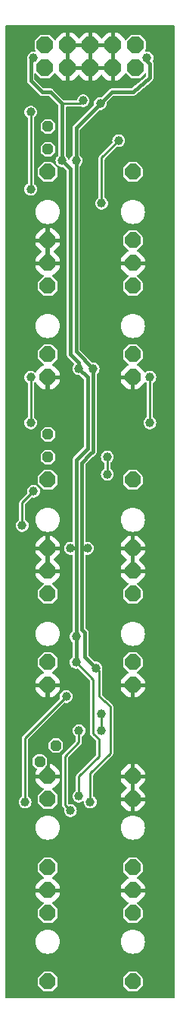
<source format=gbr>
%TF.GenerationSoftware,KiCad,Pcbnew,7.0.5-0*%
%TF.CreationDate,2023-09-10T13:34:50+02:00*%
%TF.ProjectId,kinks,6b696e6b-732e-46b6-9963-61645f706362,rev?*%
%TF.SameCoordinates,Original*%
%TF.FileFunction,Copper,L2,Bot*%
%TF.FilePolarity,Positive*%
%FSLAX46Y46*%
G04 Gerber Fmt 4.6, Leading zero omitted, Abs format (unit mm)*
G04 Created by KiCad (PCBNEW 7.0.5-0) date 2023-09-10 13:34:50*
%MOMM*%
%LPD*%
G01*
G04 APERTURE LIST*
G04 Aperture macros list*
%AMOutline5P*
0 Free polygon, 5 corners , with rotation*
0 The origin of the aperture is its center*
0 number of corners: always 5*
0 $1 to $10 corner X, Y*
0 $11 Rotation angle, in degrees counterclockwise*
0 create outline with 5 corners*
4,1,5,$1,$2,$3,$4,$5,$6,$7,$8,$9,$10,$1,$2,$11*%
%AMOutline6P*
0 Free polygon, 6 corners , with rotation*
0 The origin of the aperture is its center*
0 number of corners: always 6*
0 $1 to $12 corner X, Y*
0 $13 Rotation angle, in degrees counterclockwise*
0 create outline with 6 corners*
4,1,6,$1,$2,$3,$4,$5,$6,$7,$8,$9,$10,$11,$12,$1,$2,$13*%
%AMOutline7P*
0 Free polygon, 7 corners , with rotation*
0 The origin of the aperture is its center*
0 number of corners: always 7*
0 $1 to $14 corner X, Y*
0 $15 Rotation angle, in degrees counterclockwise*
0 create outline with 7 corners*
4,1,7,$1,$2,$3,$4,$5,$6,$7,$8,$9,$10,$11,$12,$13,$14,$1,$2,$15*%
%AMOutline8P*
0 Free polygon, 8 corners , with rotation*
0 The origin of the aperture is its center*
0 number of corners: always 8*
0 $1 to $16 corner X, Y*
0 $17 Rotation angle, in degrees counterclockwise*
0 create outline with 8 corners*
4,1,8,$1,$2,$3,$4,$5,$6,$7,$8,$9,$10,$11,$12,$13,$14,$15,$16,$1,$2,$17*%
G04 Aperture macros list end*
%TA.AperFunction,ComponentPad*%
%ADD10Outline8P,-0.889000X0.368236X-0.368236X0.889000X0.368236X0.889000X0.889000X0.368236X0.889000X-0.368236X0.368236X-0.889000X-0.368236X-0.889000X-0.889000X-0.368236X0.000000*%
%TD*%
%TA.AperFunction,ComponentPad*%
%ADD11Outline8P,-0.889000X0.368236X-0.368236X0.889000X0.368236X0.889000X0.889000X0.368236X0.889000X-0.368236X0.368236X-0.889000X-0.368236X-0.889000X-0.889000X-0.368236X180.000000*%
%TD*%
%TA.AperFunction,ComponentPad*%
%ADD12Outline8P,-0.609600X0.252505X-0.252505X0.609600X0.252505X0.609600X0.609600X0.252505X0.609600X-0.252505X0.252505X-0.609600X-0.252505X-0.609600X-0.609600X-0.252505X90.000000*%
%TD*%
%TA.AperFunction,ComponentPad*%
%ADD13Outline8P,-0.609600X0.252505X-0.252505X0.609600X0.252505X0.609600X0.609600X0.252505X0.609600X-0.252505X0.252505X-0.609600X-0.252505X-0.609600X-0.609600X-0.252505X225.000000*%
%TD*%
%TA.AperFunction,ComponentPad*%
%ADD14Outline8P,-0.939800X0.389278X-0.389278X0.939800X0.389278X0.939800X0.939800X0.389278X0.939800X-0.389278X0.389278X-0.939800X-0.389278X-0.939800X-0.939800X-0.389278X0.000000*%
%TD*%
%TA.AperFunction,ViaPad*%
%ADD15C,1.008000*%
%TD*%
%TA.AperFunction,Conductor*%
%ADD16C,0.406400*%
%TD*%
%TA.AperFunction,Conductor*%
%ADD17C,0.254000*%
%TD*%
G04 APERTURE END LIST*
D10*
%TO.P,J8,P1*%
%TO.N,GND*%
X153273600Y-124291750D03*
%TO.P,J8,P2*%
%TO.N,N/C*%
X153273600Y-121751750D03*
%TO.P,J8,P3*%
%TO.N,N$17*%
X153273600Y-114131750D03*
%TD*%
D11*
%TO.P,J11,P1*%
%TO.N,GND*%
X143748600Y-147151750D03*
%TO.P,J11,P2*%
%TO.N,N/C*%
X143748600Y-149691750D03*
%TO.P,J11,P3*%
%TO.N,N$37*%
X143748600Y-157311750D03*
%TD*%
D10*
%TO.P,J3,P1*%
%TO.N,GND*%
X143748600Y-90001750D03*
%TO.P,J3,P2*%
%TO.N,N/C*%
X143748600Y-87461750D03*
%TO.P,J3,P3*%
%TO.N,N$32*%
X143748600Y-79841750D03*
%TD*%
D11*
%TO.P,J10,P1*%
%TO.N,GND*%
X153273600Y-134451750D03*
%TO.P,J10,P2*%
X153273600Y-136991750D03*
%TO.P,J10,P3*%
%TO.N,N$49*%
X153273600Y-144611750D03*
%TD*%
D10*
%TO.P,J7,P1*%
%TO.N,GND*%
X143748600Y-124291750D03*
%TO.P,J7,P2*%
%TO.N,N/C*%
X143748600Y-121751750D03*
%TO.P,J7,P3*%
%TO.N,N$47*%
X143748600Y-114131750D03*
%TD*%
D12*
%TO.P,LED2,A*%
%TO.N,N$29*%
X143748600Y-98891750D03*
%TO.P,LED2,K*%
%TO.N,N$14*%
X143748600Y-96351750D03*
%TD*%
D10*
%TO.P,J6,P1*%
%TO.N,GND*%
X153273600Y-111591750D03*
%TO.P,J6,P2*%
X153273600Y-109051750D03*
%TO.P,J6,P3*%
%TO.N,B*%
X153273600Y-101431750D03*
%TD*%
D13*
%TO.P,LED3,A*%
%TO.N,N$19*%
X144646626Y-131013724D03*
%TO.P,LED3,K*%
%TO.N,N$30*%
X142850574Y-132809776D03*
%TD*%
D10*
%TO.P,J5,P1*%
%TO.N,GND*%
X143748600Y-111591750D03*
%TO.P,J5,P2*%
X143748600Y-109051750D03*
%TO.P,J5,P3*%
%TO.N,A*%
X143748600Y-101431750D03*
%TD*%
%TO.P,J2,P1*%
%TO.N,GND*%
X153273600Y-77301750D03*
%TO.P,J2,P2*%
%TO.N,N/C*%
X153273600Y-74761750D03*
%TO.P,J2,P3*%
%TO.N,N$24*%
X153273600Y-67141750D03*
%TD*%
D11*
%TO.P,J12,P1*%
%TO.N,GND*%
X153273600Y-147151750D03*
%TO.P,J12,P2*%
%TO.N,N/C*%
X153273600Y-149691750D03*
%TO.P,J12,P3*%
%TO.N,N$48*%
X153273600Y-157311750D03*
%TD*%
D12*
%TO.P,LED1,A*%
%TO.N,N$11*%
X143748600Y-64601750D03*
%TO.P,LED1,K*%
%TO.N,N$9*%
X143748600Y-62061750D03*
%TD*%
D11*
%TO.P,J9,P1*%
%TO.N,GND*%
X143748600Y-134451750D03*
%TO.P,J9,P2*%
%TO.N,N$37*%
X143748600Y-136991750D03*
%TO.P,J9,P3*%
%TO.N,N$40*%
X143748600Y-144611750D03*
%TD*%
D10*
%TO.P,J4,P1*%
%TO.N,GND*%
X153273600Y-90001750D03*
%TO.P,J4,P2*%
%TO.N,N/C*%
X153273600Y-87461750D03*
%TO.P,J4,P3*%
%TO.N,N$34*%
X153273600Y-79841750D03*
%TD*%
%TO.P,J1,P1*%
%TO.N,GND*%
X143748600Y-77301750D03*
%TO.P,J1,P2*%
X143748600Y-74761750D03*
%TO.P,J1,P3*%
%TO.N,N$38*%
X143748600Y-67141750D03*
%TD*%
D14*
%TO.P,JP1,1*%
%TO.N,N$6*%
X143431100Y-53012950D03*
%TO.P,JP1,2*%
X143431100Y-55552950D03*
%TO.P,JP1,3*%
%TO.N,GND*%
X145971100Y-53012950D03*
%TO.P,JP1,4*%
X145971100Y-55552950D03*
%TO.P,JP1,5*%
X148511100Y-53012950D03*
%TO.P,JP1,6*%
X148511100Y-55552950D03*
%TO.P,JP1,7*%
X151051100Y-53012950D03*
%TO.P,JP1,8*%
X151051100Y-55552950D03*
%TO.P,JP1,9*%
%TO.N,N$20*%
X153591100Y-53012950D03*
%TO.P,JP1,10*%
X153591100Y-55552950D03*
%TD*%
D15*
%TO.N,GND*%
X148828500Y-103019350D03*
X149781100Y-96986750D03*
X149781100Y-92859250D03*
X145812300Y-120481850D03*
X156766100Y-116036750D03*
X156766100Y-149056750D03*
X140256200Y-72856650D03*
X140256200Y-67776650D03*
X140256100Y-149056750D03*
X140256200Y-77936650D03*
X156766100Y-138896750D03*
X147241100Y-149056750D03*
X156766100Y-128736750D03*
X148511200Y-66189250D03*
X150892400Y-68094250D03*
X156766100Y-143976750D03*
X140256100Y-108416750D03*
X145177400Y-81429250D03*
X145653500Y-103019350D03*
X145812300Y-116036850D03*
X140256200Y-103336650D03*
X156766100Y-108416750D03*
X145177400Y-68094250D03*
X148828500Y-116036850D03*
X148034900Y-81429250D03*
X140256100Y-138896750D03*
X143431000Y-130165650D03*
X148828500Y-120481850D03*
X140256100Y-157946750D03*
X147241100Y-95081750D03*
X156766200Y-103336650D03*
X148828500Y-113496850D03*
X145177300Y-78571750D03*
X140256100Y-116036750D03*
X140256000Y-121275650D03*
X145082100Y-107781850D03*
X148511100Y-68094250D03*
X140256100Y-143976750D03*
X156766100Y-132546750D03*
X140256100Y-58251750D03*
X156766200Y-72856650D03*
X156766100Y-121116750D03*
X145812300Y-113496850D03*
X145018600Y-97621750D03*
X142954900Y-63331650D03*
X150098500Y-107781850D03*
X151051100Y-66189250D03*
X147241000Y-127308150D03*
X148511100Y-58093050D03*
X148511000Y-131594450D03*
X148034800Y-72856750D03*
X156766100Y-58251750D03*
X148034800Y-78571750D03*
X140256200Y-83016650D03*
X156766200Y-83016650D03*
X156766100Y-157946750D03*
%TO.N,VEE*%
X148193600Y-109051750D03*
X148828600Y-89049250D03*
X155178600Y-90001750D03*
X149622400Y-59521750D03*
X146923600Y-65871750D03*
X155178600Y-95081750D03*
X149146100Y-122386750D03*
X148511100Y-137309250D03*
X154861100Y-54441750D03*
%TO.N,VCC*%
X145336100Y-65871750D03*
X141843600Y-90001750D03*
X146288600Y-109051750D03*
X141843600Y-95081750D03*
X146923600Y-118894250D03*
X142161100Y-54441750D03*
X147717300Y-59204250D03*
X146923500Y-121751750D03*
X147241100Y-136674250D03*
X147241100Y-89049250D03*
%TO.N,A*%
X150416100Y-98891750D03*
X150416100Y-100796750D03*
%TO.N,N$35*%
X151686100Y-63649250D03*
X149781100Y-70634250D03*
%TO.N,N$39*%
X141843600Y-69046750D03*
X141843600Y-60474250D03*
%TO.N,N$36*%
X145812400Y-125561750D03*
X141208600Y-137309250D03*
%TO.N,N$40*%
X147241100Y-129371750D03*
X146288600Y-138261750D03*
%TO.N,N$42*%
X149781100Y-127466750D03*
X149781100Y-129371750D03*
%TO.N,N$2*%
X140891100Y-106511750D03*
X142161100Y-102701750D03*
%TD*%
D16*
%TO.N,VEE*%
X147558600Y-118100450D02*
X147558600Y-109051750D01*
D17*
X149463600Y-122704250D02*
X149146100Y-122386750D01*
X148511100Y-137309250D02*
X148511100Y-134134250D01*
D16*
X146923600Y-87144250D02*
X146923600Y-65871750D01*
X148511100Y-98574150D02*
X148828600Y-98256650D01*
X149146100Y-122386750D02*
X147876100Y-121116750D01*
X147558600Y-101908050D02*
X147558700Y-99526750D01*
D17*
X150733600Y-131911750D02*
X150733600Y-126672950D01*
D16*
X154861100Y-54759250D02*
X154861100Y-54441750D01*
X146923600Y-65871750D02*
X146923600Y-62220550D01*
X146923600Y-62220550D02*
X149622400Y-59521750D01*
D17*
X155178600Y-90001750D02*
X155178600Y-95081750D01*
X149463600Y-125561750D02*
X149463600Y-122704250D01*
D16*
X153273600Y-58251750D02*
X155178600Y-56664250D01*
X147558600Y-109051750D02*
X147558600Y-101908050D01*
X155178600Y-56664250D02*
X155178600Y-55076750D01*
D17*
X150733600Y-126672950D02*
X149463600Y-125561750D01*
D16*
X148828600Y-98256650D02*
X148828600Y-89049250D01*
X147558700Y-99526750D02*
X148511100Y-98574150D01*
X147876100Y-118417950D02*
X147558600Y-118100450D01*
X149622400Y-59521750D02*
X150892400Y-58251750D01*
X155178600Y-55076750D02*
X154861100Y-54759250D01*
X150892400Y-58251750D02*
X153273600Y-58251750D01*
X147876100Y-121116750D02*
X147876100Y-118417950D01*
D17*
X148511100Y-134134250D02*
X150733600Y-131911750D01*
D16*
X147558600Y-109051750D02*
X148193600Y-109051750D01*
X148828600Y-89049250D02*
X146923600Y-87144250D01*
%TO.N,VCC*%
X146923500Y-121751750D02*
X146923500Y-121751850D01*
D17*
X145336100Y-59521750D02*
X147399800Y-59521750D01*
X148828600Y-123656850D02*
X146923500Y-121751750D01*
X148828600Y-129689250D02*
X148828600Y-123656850D01*
D16*
X148193600Y-97939250D02*
X148193600Y-90001750D01*
D17*
X141843600Y-90001750D02*
X141843600Y-95081750D01*
D16*
X141843600Y-56981750D02*
X141843600Y-54759250D01*
X146288600Y-87461750D02*
X146288600Y-66824250D01*
X146923600Y-109051750D02*
X146923600Y-99209250D01*
X146923600Y-109051750D02*
X146288600Y-109051750D01*
X146288600Y-66824250D02*
X145336100Y-65871750D01*
X147241100Y-88414250D02*
X146288600Y-87461750D01*
D17*
X149463600Y-130324250D02*
X148828600Y-129689250D01*
D16*
X148193600Y-90001750D02*
X147241100Y-89049250D01*
X141843600Y-54759250D02*
X142161100Y-54441750D01*
X144066100Y-58251750D02*
X143113600Y-58251750D01*
X146923600Y-121751650D02*
X146923600Y-118894250D01*
X146923600Y-99209250D02*
X148193600Y-97939250D01*
X146923500Y-121751750D02*
X146923600Y-121751650D01*
D17*
X149463600Y-132229250D02*
X149463600Y-130324250D01*
X147241100Y-136674250D02*
X147241100Y-134451750D01*
D16*
X147241100Y-89049250D02*
X147241100Y-88414250D01*
X145336100Y-59521750D02*
X144066100Y-58251750D01*
X146923600Y-118894250D02*
X146923500Y-118894350D01*
X143113600Y-58251750D02*
X141843600Y-56981750D01*
X145336100Y-65871750D02*
X145336100Y-59521750D01*
D17*
X147241100Y-134451750D02*
X149463600Y-132229250D01*
X147399800Y-59521750D02*
X147717300Y-59204250D01*
D16*
X146923600Y-118894250D02*
X146923600Y-109051750D01*
D17*
%TO.N,A*%
X150416100Y-100796750D02*
X150416100Y-98891750D01*
%TO.N,N$35*%
X149781100Y-70634250D02*
X149781100Y-65554250D01*
X149781100Y-65554250D02*
X151686100Y-63649250D01*
%TO.N,N$39*%
X141843600Y-69046750D02*
X141843600Y-60474250D01*
%TO.N,N$36*%
X141208600Y-130165450D02*
X145336100Y-126038050D01*
X141208600Y-137309250D02*
X141208600Y-130165450D01*
X145336100Y-126038050D02*
X145812400Y-125561750D01*
%TO.N,N$40*%
X146288600Y-138261750D02*
X146288500Y-138261750D01*
X145653600Y-137626850D02*
X145653600Y-132229250D01*
X147241100Y-130641750D02*
X147241100Y-129371750D01*
X146288500Y-138261750D02*
X145653600Y-137626850D01*
X145653600Y-132229250D02*
X147241100Y-130641750D01*
%TO.N,N$42*%
X149781100Y-129371750D02*
X149781100Y-127466750D01*
%TO.N,N$2*%
X140891100Y-103971750D02*
X142161100Y-102701750D01*
X140891100Y-106511750D02*
X140891100Y-103971750D01*
%TD*%
%TA.AperFunction,Conductor*%
%TO.N,GND*%
G36*
X153501800Y-136537497D02*
G01*
X153418192Y-136499315D01*
X153309934Y-136483750D01*
X153237266Y-136483750D01*
X153129008Y-136499315D01*
X153045400Y-136537497D01*
X153045400Y-134906002D01*
X153129008Y-134944185D01*
X153237266Y-134959750D01*
X153309934Y-134959750D01*
X153418192Y-134944185D01*
X153501800Y-134906002D01*
X153501800Y-136537497D01*
G37*
%TD.AperFunction*%
%TA.AperFunction,Conductor*%
G36*
X151279300Y-56949150D02*
G01*
X151482578Y-56949150D01*
X151551483Y-56940732D01*
X151551485Y-56940732D01*
X151678588Y-56888084D01*
X151733259Y-56845315D01*
X151733267Y-56845308D01*
X152343468Y-56235105D01*
X152343474Y-56235098D01*
X152386234Y-56180437D01*
X152391647Y-56167369D01*
X152432024Y-56120090D01*
X152492480Y-56105574D01*
X152549922Y-56129365D01*
X152555725Y-56134728D01*
X153071972Y-56650976D01*
X153122342Y-56684631D01*
X153181758Y-56696450D01*
X154000443Y-56696451D01*
X154059858Y-56684632D01*
X154110229Y-56650975D01*
X154599967Y-56161236D01*
X154655363Y-56133012D01*
X154716771Y-56142738D01*
X154760735Y-56186701D01*
X154771700Y-56232373D01*
X154771700Y-56426549D01*
X154752487Y-56485680D01*
X154735503Y-56503832D01*
X153154261Y-57821533D01*
X153096535Y-57844628D01*
X153089858Y-57844850D01*
X150858323Y-57844850D01*
X150858299Y-57844851D01*
X150827953Y-57844851D01*
X150804647Y-57852423D01*
X150789302Y-57856106D01*
X150765098Y-57859939D01*
X150765089Y-57859942D01*
X150743254Y-57871067D01*
X150728679Y-57877105D01*
X150705367Y-57884680D01*
X150705364Y-57884682D01*
X150685538Y-57899086D01*
X150672086Y-57907330D01*
X150650249Y-57918457D01*
X149784121Y-58784585D01*
X149728723Y-58812811D01*
X149712986Y-58814050D01*
X149536467Y-58814050D01*
X149369599Y-58855180D01*
X149217428Y-58935045D01*
X149088791Y-59049007D01*
X149088787Y-59049011D01*
X148991160Y-59190448D01*
X148991160Y-59190449D01*
X148930218Y-59351143D01*
X148930216Y-59351152D01*
X148909502Y-59521745D01*
X148909502Y-59521747D01*
X148909502Y-59521750D01*
X148911178Y-59535550D01*
X148918481Y-59595695D01*
X148906535Y-59656711D01*
X148889749Y-59678956D01*
X146667299Y-61901407D01*
X146590307Y-61978399D01*
X146579181Y-62000234D01*
X146570938Y-62013685D01*
X146556532Y-62033514D01*
X146556528Y-62033521D01*
X146548955Y-62056829D01*
X146542916Y-62071407D01*
X146531793Y-62093238D01*
X146531791Y-62093245D01*
X146527956Y-62117454D01*
X146524273Y-62132795D01*
X146516700Y-62156105D01*
X146516700Y-65241477D01*
X146497487Y-65300608D01*
X146482810Y-65316777D01*
X146389991Y-65399007D01*
X146389987Y-65399011D01*
X146292360Y-65540448D01*
X146292360Y-65540449D01*
X146231418Y-65701143D01*
X146231416Y-65701151D01*
X146229716Y-65715155D01*
X146203516Y-65771539D01*
X146149177Y-65801754D01*
X146087456Y-65794259D01*
X146041929Y-65751917D01*
X146029984Y-65715155D01*
X146028283Y-65701151D01*
X146028282Y-65701142D01*
X145967340Y-65540450D01*
X145956663Y-65524982D01*
X145869712Y-65399011D01*
X145869708Y-65399007D01*
X145776890Y-65316777D01*
X145745370Y-65263185D01*
X145743000Y-65241477D01*
X145743000Y-59953050D01*
X145762213Y-59893919D01*
X145812513Y-59857374D01*
X145843600Y-59852450D01*
X147383161Y-59852450D01*
X147387533Y-59852640D01*
X147416062Y-59855136D01*
X147418219Y-59855325D01*
X147456203Y-59866465D01*
X147464503Y-59870821D01*
X147631370Y-59911950D01*
X147631374Y-59911950D01*
X147803226Y-59911950D01*
X147803230Y-59911950D01*
X147970097Y-59870821D01*
X148122272Y-59790954D01*
X148250912Y-59676989D01*
X148348540Y-59535550D01*
X148409482Y-59374858D01*
X148430198Y-59204250D01*
X148428595Y-59191050D01*
X148409483Y-59033652D01*
X148409482Y-59033642D01*
X148348540Y-58872950D01*
X148336274Y-58855180D01*
X148250912Y-58731511D01*
X148250908Y-58731507D01*
X148122271Y-58617545D01*
X147970099Y-58537680D01*
X147970101Y-58537680D01*
X147803232Y-58496550D01*
X147803230Y-58496550D01*
X147631370Y-58496550D01*
X147631367Y-58496550D01*
X147464499Y-58537680D01*
X147312328Y-58617545D01*
X147183691Y-58731507D01*
X147183687Y-58731511D01*
X147086060Y-58872948D01*
X147086060Y-58872949D01*
X147025118Y-59033640D01*
X147025117Y-59033642D01*
X147025118Y-59033642D01*
X147016747Y-59102578D01*
X146990549Y-59158960D01*
X146936211Y-59189176D01*
X146916882Y-59191050D01*
X145622514Y-59191050D01*
X145563383Y-59171837D01*
X145551379Y-59161585D01*
X144345327Y-57955534D01*
X144345322Y-57955526D01*
X144308252Y-57918459D01*
X144308249Y-57918456D01*
X144286420Y-57907334D01*
X144272961Y-57899086D01*
X144253133Y-57884680D01*
X144253129Y-57884678D01*
X144229824Y-57877106D01*
X144215241Y-57871066D01*
X144193407Y-57859941D01*
X144169196Y-57856106D01*
X144153855Y-57852423D01*
X144130546Y-57844850D01*
X144130544Y-57844850D01*
X143323814Y-57844850D01*
X143264683Y-57825637D01*
X143252679Y-57815385D01*
X142279965Y-56842670D01*
X142251739Y-56787272D01*
X142250500Y-56771535D01*
X142250500Y-56232373D01*
X142269713Y-56173242D01*
X142320013Y-56136697D01*
X142382187Y-56136697D01*
X142422232Y-56161236D01*
X142911972Y-56650976D01*
X142962342Y-56684631D01*
X143021758Y-56696450D01*
X143840443Y-56696451D01*
X143899858Y-56684632D01*
X143950229Y-56650975D01*
X144466476Y-56134727D01*
X144521872Y-56106503D01*
X144583280Y-56116229D01*
X144627244Y-56160192D01*
X144630551Y-56167367D01*
X144635964Y-56180437D01*
X144635965Y-56180438D01*
X144678734Y-56235109D01*
X144678741Y-56235117D01*
X145288944Y-56845318D01*
X145288951Y-56845324D01*
X145343612Y-56888084D01*
X145470719Y-56940733D01*
X145539615Y-56949149D01*
X145539620Y-56949150D01*
X145742900Y-56949150D01*
X145742900Y-56007202D01*
X145826508Y-56045385D01*
X145934766Y-56060950D01*
X146007434Y-56060950D01*
X146115692Y-56045385D01*
X146199300Y-56007202D01*
X146199300Y-56949150D01*
X146402578Y-56949150D01*
X146471483Y-56940732D01*
X146471485Y-56940732D01*
X146598588Y-56888084D01*
X146653259Y-56845315D01*
X146653267Y-56845308D01*
X147169964Y-56328610D01*
X147225362Y-56300384D01*
X147286770Y-56310110D01*
X147312234Y-56328610D01*
X147828944Y-56845318D01*
X147828951Y-56845324D01*
X147883612Y-56888084D01*
X148010719Y-56940733D01*
X148079615Y-56949149D01*
X148079620Y-56949150D01*
X148282900Y-56949150D01*
X148282900Y-56007202D01*
X148366508Y-56045385D01*
X148474766Y-56060950D01*
X148547434Y-56060950D01*
X148655692Y-56045385D01*
X148739300Y-56007202D01*
X148739300Y-56949150D01*
X148942578Y-56949150D01*
X149011483Y-56940732D01*
X149011485Y-56940732D01*
X149138588Y-56888084D01*
X149193259Y-56845315D01*
X149193267Y-56845308D01*
X149709964Y-56328610D01*
X149765362Y-56300384D01*
X149826770Y-56310110D01*
X149852234Y-56328610D01*
X150368944Y-56845318D01*
X150368951Y-56845324D01*
X150423612Y-56888084D01*
X150550719Y-56940733D01*
X150619615Y-56949149D01*
X150619620Y-56949150D01*
X150822900Y-56949150D01*
X150822900Y-56007202D01*
X150906508Y-56045385D01*
X151014766Y-56060950D01*
X151087434Y-56060950D01*
X151195692Y-56045385D01*
X151279300Y-56007202D01*
X151279300Y-56949150D01*
G37*
%TD.AperFunction*%
%TA.AperFunction,Conductor*%
G36*
X148044255Y-55339749D02*
G01*
X148003100Y-55479911D01*
X148003100Y-55625989D01*
X148044255Y-55766151D01*
X148053894Y-55781150D01*
X146428306Y-55781150D01*
X146437945Y-55766151D01*
X146479100Y-55625989D01*
X146479100Y-55479911D01*
X146437945Y-55339749D01*
X146428306Y-55324750D01*
X148053894Y-55324750D01*
X148044255Y-55339749D01*
G37*
%TD.AperFunction*%
%TA.AperFunction,Conductor*%
G36*
X150584255Y-55339749D02*
G01*
X150543100Y-55479911D01*
X150543100Y-55625989D01*
X150584255Y-55766151D01*
X150593894Y-55781150D01*
X148968306Y-55781150D01*
X148977945Y-55766151D01*
X149019100Y-55625989D01*
X149019100Y-55479911D01*
X148977945Y-55339749D01*
X148968306Y-55324750D01*
X150593894Y-55324750D01*
X150584255Y-55339749D01*
G37*
%TD.AperFunction*%
%TA.AperFunction,Conductor*%
G36*
X146199300Y-55098697D02*
G01*
X146115692Y-55060515D01*
X146007434Y-55044950D01*
X145934766Y-55044950D01*
X145826508Y-55060515D01*
X145742900Y-55098697D01*
X145742900Y-53467202D01*
X145826508Y-53505385D01*
X145934766Y-53520950D01*
X146007434Y-53520950D01*
X146115692Y-53505385D01*
X146199300Y-53467202D01*
X146199300Y-55098697D01*
G37*
%TD.AperFunction*%
%TA.AperFunction,Conductor*%
G36*
X148739300Y-55098697D02*
G01*
X148655692Y-55060515D01*
X148547434Y-55044950D01*
X148474766Y-55044950D01*
X148366508Y-55060515D01*
X148282900Y-55098697D01*
X148282900Y-53467202D01*
X148366508Y-53505385D01*
X148474766Y-53520950D01*
X148547434Y-53520950D01*
X148655692Y-53505385D01*
X148739300Y-53467202D01*
X148739300Y-55098697D01*
G37*
%TD.AperFunction*%
%TA.AperFunction,Conductor*%
G36*
X151279300Y-55098697D02*
G01*
X151195692Y-55060515D01*
X151087434Y-55044950D01*
X151014766Y-55044950D01*
X150906508Y-55060515D01*
X150822900Y-55098697D01*
X150822900Y-53467202D01*
X150906508Y-53505385D01*
X151014766Y-53520950D01*
X151087434Y-53520950D01*
X151195692Y-53505385D01*
X151279300Y-53467202D01*
X151279300Y-55098697D01*
G37*
%TD.AperFunction*%
%TA.AperFunction,Conductor*%
G36*
X148044255Y-52799749D02*
G01*
X148003100Y-52939911D01*
X148003100Y-53085989D01*
X148044255Y-53226151D01*
X148053894Y-53241150D01*
X146428306Y-53241150D01*
X146437945Y-53226151D01*
X146479100Y-53085989D01*
X146479100Y-52939911D01*
X146437945Y-52799749D01*
X146428306Y-52784750D01*
X148053894Y-52784750D01*
X148044255Y-52799749D01*
G37*
%TD.AperFunction*%
%TA.AperFunction,Conductor*%
G36*
X150584255Y-52799749D02*
G01*
X150543100Y-52939911D01*
X150543100Y-53085989D01*
X150584255Y-53226151D01*
X150593894Y-53241150D01*
X148968306Y-53241150D01*
X148977945Y-53226151D01*
X149019100Y-53085989D01*
X149019100Y-52939911D01*
X148977945Y-52799749D01*
X148968306Y-52784750D01*
X150593894Y-52784750D01*
X150584255Y-52799749D01*
G37*
%TD.AperFunction*%
%TA.AperFunction,Conductor*%
G36*
X143976800Y-111137497D02*
G01*
X143893192Y-111099315D01*
X143784934Y-111083750D01*
X143712266Y-111083750D01*
X143604008Y-111099315D01*
X143520400Y-111137497D01*
X143520400Y-109506002D01*
X143604008Y-109544185D01*
X143712266Y-109559750D01*
X143784934Y-109559750D01*
X143893192Y-109544185D01*
X143976800Y-109506002D01*
X143976800Y-111137497D01*
G37*
%TD.AperFunction*%
%TA.AperFunction,Conductor*%
G36*
X153501800Y-111137497D02*
G01*
X153418192Y-111099315D01*
X153309934Y-111083750D01*
X153237266Y-111083750D01*
X153129008Y-111099315D01*
X153045400Y-111137497D01*
X153045400Y-109506002D01*
X153129008Y-109544185D01*
X153237266Y-109559750D01*
X153309934Y-109559750D01*
X153418192Y-109544185D01*
X153501800Y-109506002D01*
X153501800Y-111137497D01*
G37*
%TD.AperFunction*%
%TA.AperFunction,Conductor*%
G36*
X143976800Y-76847497D02*
G01*
X143893192Y-76809315D01*
X143784934Y-76793750D01*
X143712266Y-76793750D01*
X143604008Y-76809315D01*
X143520400Y-76847497D01*
X143520400Y-75216002D01*
X143604008Y-75254185D01*
X143712266Y-75269750D01*
X143784934Y-75269750D01*
X143893192Y-75254185D01*
X143976800Y-75216002D01*
X143976800Y-76847497D01*
G37*
%TD.AperFunction*%
%TA.AperFunction,Conductor*%
G36*
X157949131Y-50835163D02*
G01*
X157985676Y-50885463D01*
X157990600Y-50916550D01*
X157990600Y-159090650D01*
X157971387Y-159149781D01*
X157921087Y-159186326D01*
X157890000Y-159191250D01*
X139112200Y-159191250D01*
X139053069Y-159172037D01*
X139016524Y-159121737D01*
X139011600Y-159090650D01*
X139011600Y-157700054D01*
X142655899Y-157700054D01*
X142667717Y-157759464D01*
X142667717Y-157759465D01*
X142667718Y-157759466D01*
X142701375Y-157809837D01*
X143250514Y-158358976D01*
X143300884Y-158392631D01*
X143360300Y-158404450D01*
X144136901Y-158404451D01*
X144196316Y-158392632D01*
X144246687Y-158358975D01*
X144795826Y-157809836D01*
X144829481Y-157759466D01*
X144841299Y-157700054D01*
X152180899Y-157700054D01*
X152192717Y-157759464D01*
X152192717Y-157759465D01*
X152192718Y-157759466D01*
X152226375Y-157809837D01*
X152775514Y-158358976D01*
X152825884Y-158392631D01*
X152885300Y-158404450D01*
X153661901Y-158404451D01*
X153721316Y-158392632D01*
X153771687Y-158358975D01*
X154320826Y-157809836D01*
X154354481Y-157759466D01*
X154366300Y-157700050D01*
X154366301Y-156923449D01*
X154354482Y-156864034D01*
X154320825Y-156813663D01*
X153771686Y-156264524D01*
X153721316Y-156230869D01*
X153721315Y-156230868D01*
X153661895Y-156219049D01*
X152885295Y-156219049D01*
X152825885Y-156230867D01*
X152775514Y-156264524D01*
X152775513Y-156264525D01*
X152226373Y-156813664D01*
X152192718Y-156864034D01*
X152180899Y-156923450D01*
X152180899Y-157700054D01*
X144841299Y-157700054D01*
X144841300Y-157700050D01*
X144841301Y-156923449D01*
X144829482Y-156864034D01*
X144795825Y-156813663D01*
X144246686Y-156264524D01*
X144196316Y-156230869D01*
X144196315Y-156230868D01*
X144136895Y-156219049D01*
X143360295Y-156219049D01*
X143300885Y-156230867D01*
X143250514Y-156264524D01*
X143250512Y-156264524D01*
X142701373Y-156813664D01*
X142667718Y-156864034D01*
X142655899Y-156923450D01*
X142655899Y-157700054D01*
X139011600Y-157700054D01*
X139011600Y-152866750D01*
X142392941Y-152866750D01*
X142413537Y-153102158D01*
X142474697Y-153330413D01*
X142574565Y-153544579D01*
X142710105Y-153738151D01*
X142877199Y-153905245D01*
X143070771Y-154040785D01*
X143284937Y-154140653D01*
X143513192Y-154201813D01*
X143689634Y-154217250D01*
X143689646Y-154217250D01*
X143807554Y-154217250D01*
X143807566Y-154217250D01*
X143984008Y-154201813D01*
X144212263Y-154140653D01*
X144426429Y-154040785D01*
X144620001Y-153905245D01*
X144787095Y-153738151D01*
X144922635Y-153544580D01*
X145022503Y-153330413D01*
X145083663Y-153102158D01*
X145104259Y-152866750D01*
X151917941Y-152866750D01*
X151938537Y-153102158D01*
X151999697Y-153330413D01*
X152099565Y-153544579D01*
X152235105Y-153738151D01*
X152402199Y-153905245D01*
X152595771Y-154040785D01*
X152809937Y-154140653D01*
X153038192Y-154201813D01*
X153214634Y-154217250D01*
X153214646Y-154217250D01*
X153332554Y-154217250D01*
X153332566Y-154217250D01*
X153509008Y-154201813D01*
X153737263Y-154140653D01*
X153951429Y-154040785D01*
X154145001Y-153905245D01*
X154312095Y-153738151D01*
X154447635Y-153544580D01*
X154547503Y-153330413D01*
X154608663Y-153102158D01*
X154629259Y-152866750D01*
X154608663Y-152631342D01*
X154547503Y-152403087D01*
X154447635Y-152188921D01*
X154312095Y-151995349D01*
X154145001Y-151828255D01*
X153951429Y-151692715D01*
X153951423Y-151692712D01*
X153737266Y-151592848D01*
X153737263Y-151592847D01*
X153509008Y-151531687D01*
X153509009Y-151531687D01*
X153332570Y-151516250D01*
X153332566Y-151516250D01*
X153214634Y-151516250D01*
X153214629Y-151516250D01*
X153038190Y-151531687D01*
X152809933Y-151592848D01*
X152595776Y-151692712D01*
X152595768Y-151692717D01*
X152402196Y-151828257D01*
X152235107Y-151995346D01*
X152099567Y-152188917D01*
X152099562Y-152188925D01*
X151999698Y-152403083D01*
X151938537Y-152631340D01*
X151938536Y-152631342D01*
X151938537Y-152631342D01*
X151917941Y-152866750D01*
X145104259Y-152866750D01*
X145083663Y-152631342D01*
X145022503Y-152403087D01*
X144922635Y-152188921D01*
X144787095Y-151995349D01*
X144620001Y-151828255D01*
X144426429Y-151692715D01*
X144426423Y-151692712D01*
X144212266Y-151592848D01*
X144212263Y-151592847D01*
X143984008Y-151531687D01*
X143984009Y-151531687D01*
X143807570Y-151516250D01*
X143807566Y-151516250D01*
X143689634Y-151516250D01*
X143689629Y-151516250D01*
X143513190Y-151531687D01*
X143284933Y-151592848D01*
X143070776Y-151692712D01*
X143070768Y-151692717D01*
X142877196Y-151828257D01*
X142710107Y-151995346D01*
X142574567Y-152188917D01*
X142574562Y-152188925D01*
X142474698Y-152403083D01*
X142413537Y-152631340D01*
X142413536Y-152631342D01*
X142413537Y-152631342D01*
X142392941Y-152866750D01*
X139011600Y-152866750D01*
X139011600Y-147562182D01*
X142403199Y-147562182D01*
X142411617Y-147631090D01*
X142464265Y-147758198D01*
X142507028Y-147812861D01*
X142507036Y-147812870D01*
X143087486Y-148393318D01*
X143087493Y-148393324D01*
X143142154Y-148436084D01*
X143227894Y-148471599D01*
X143275172Y-148511978D01*
X143289686Y-148572434D01*
X143265893Y-148629876D01*
X143253221Y-148642302D01*
X143250514Y-148644523D01*
X142701373Y-149193664D01*
X142667718Y-149244034D01*
X142655899Y-149303450D01*
X142655899Y-150080054D01*
X142667717Y-150139464D01*
X142667717Y-150139465D01*
X142667718Y-150139466D01*
X142701375Y-150189837D01*
X143250514Y-150738976D01*
X143300884Y-150772631D01*
X143360300Y-150784450D01*
X144136901Y-150784451D01*
X144196316Y-150772632D01*
X144246687Y-150738975D01*
X144795826Y-150189836D01*
X144829481Y-150139466D01*
X144841300Y-150080050D01*
X144841301Y-149303449D01*
X144829482Y-149244034D01*
X144795825Y-149193663D01*
X144246686Y-148644524D01*
X144246685Y-148644523D01*
X144243980Y-148642303D01*
X144210462Y-148589937D01*
X144214126Y-148527871D01*
X144253571Y-148479811D01*
X144269307Y-148471598D01*
X144355048Y-148436083D01*
X144409711Y-148393321D01*
X144409720Y-148393313D01*
X144990168Y-147812863D01*
X144990174Y-147812856D01*
X145032934Y-147758195D01*
X145085583Y-147631088D01*
X145093999Y-147562192D01*
X145094000Y-147562187D01*
X145094000Y-147562182D01*
X151928199Y-147562182D01*
X151936617Y-147631090D01*
X151989265Y-147758198D01*
X152032028Y-147812861D01*
X152032036Y-147812870D01*
X152612486Y-148393318D01*
X152612493Y-148393324D01*
X152667154Y-148436084D01*
X152752894Y-148471599D01*
X152800172Y-148511978D01*
X152814686Y-148572434D01*
X152790893Y-148629876D01*
X152778221Y-148642302D01*
X152775514Y-148644523D01*
X152226373Y-149193664D01*
X152192718Y-149244034D01*
X152180899Y-149303450D01*
X152180899Y-150080054D01*
X152192717Y-150139464D01*
X152192717Y-150139465D01*
X152192718Y-150139466D01*
X152226375Y-150189837D01*
X152775514Y-150738976D01*
X152825884Y-150772631D01*
X152885300Y-150784450D01*
X153661901Y-150784451D01*
X153721316Y-150772632D01*
X153771687Y-150738975D01*
X154320826Y-150189836D01*
X154354481Y-150139466D01*
X154366300Y-150080050D01*
X154366301Y-149303449D01*
X154354482Y-149244034D01*
X154320825Y-149193663D01*
X153771686Y-148644524D01*
X153771685Y-148644523D01*
X153768980Y-148642303D01*
X153735462Y-148589937D01*
X153739126Y-148527871D01*
X153778571Y-148479811D01*
X153794307Y-148471598D01*
X153880048Y-148436083D01*
X153934711Y-148393321D01*
X153934720Y-148393313D01*
X154515168Y-147812863D01*
X154515174Y-147812856D01*
X154557934Y-147758195D01*
X154610583Y-147631088D01*
X154618999Y-147562192D01*
X154619000Y-147562187D01*
X154619000Y-147379950D01*
X153730806Y-147379950D01*
X153740445Y-147364951D01*
X153781600Y-147224789D01*
X153781600Y-147078711D01*
X153740445Y-146938549D01*
X153730806Y-146923550D01*
X154619001Y-146923550D01*
X154619001Y-146741319D01*
X154619000Y-146741317D01*
X154610582Y-146672409D01*
X154557934Y-146545301D01*
X154515171Y-146490638D01*
X154515163Y-146490629D01*
X153934713Y-145910181D01*
X153934706Y-145910175D01*
X153880046Y-145867416D01*
X153794304Y-145831900D01*
X153747027Y-145791521D01*
X153732513Y-145731064D01*
X153756307Y-145673623D01*
X153768991Y-145661187D01*
X153771680Y-145658979D01*
X153771687Y-145658975D01*
X154320826Y-145109836D01*
X154354481Y-145059466D01*
X154366300Y-145000050D01*
X154366301Y-144223449D01*
X154354482Y-144164034D01*
X154320825Y-144113663D01*
X153771686Y-143564524D01*
X153721316Y-143530869D01*
X153721315Y-143530868D01*
X153661895Y-143519049D01*
X152885295Y-143519049D01*
X152825885Y-143530867D01*
X152775514Y-143564524D01*
X152775513Y-143564524D01*
X152226373Y-144113664D01*
X152192718Y-144164034D01*
X152180899Y-144223450D01*
X152180899Y-145000054D01*
X152192717Y-145059464D01*
X152192717Y-145059465D01*
X152192718Y-145059466D01*
X152226375Y-145109837D01*
X152775517Y-145658979D01*
X152778217Y-145661195D01*
X152811736Y-145713561D01*
X152808074Y-145775627D01*
X152768630Y-145823687D01*
X152752893Y-145831900D01*
X152667154Y-145867414D01*
X152667152Y-145867415D01*
X152612488Y-145910178D01*
X152612479Y-145910186D01*
X152032031Y-146490636D01*
X152032025Y-146490643D01*
X151989265Y-146545304D01*
X151936616Y-146672411D01*
X151928200Y-146741307D01*
X151928200Y-146923550D01*
X152816394Y-146923550D01*
X152806755Y-146938549D01*
X152765600Y-147078711D01*
X152765600Y-147224789D01*
X152806755Y-147364951D01*
X152816394Y-147379950D01*
X151928199Y-147379950D01*
X151928199Y-147562182D01*
X145094000Y-147562182D01*
X145094000Y-147379950D01*
X144205806Y-147379950D01*
X144215445Y-147364951D01*
X144256600Y-147224789D01*
X144256600Y-147078711D01*
X144215445Y-146938549D01*
X144205806Y-146923550D01*
X145094001Y-146923550D01*
X145094001Y-146741319D01*
X145094000Y-146741317D01*
X145085582Y-146672409D01*
X145032934Y-146545301D01*
X144990171Y-146490638D01*
X144990163Y-146490629D01*
X144409713Y-145910181D01*
X144409706Y-145910175D01*
X144355046Y-145867416D01*
X144269304Y-145831900D01*
X144222027Y-145791521D01*
X144207513Y-145731064D01*
X144231307Y-145673623D01*
X144243991Y-145661187D01*
X144246680Y-145658979D01*
X144246687Y-145658975D01*
X144795826Y-145109836D01*
X144829481Y-145059466D01*
X144841300Y-145000050D01*
X144841301Y-144223449D01*
X144829482Y-144164034D01*
X144795825Y-144113663D01*
X144246686Y-143564524D01*
X144196316Y-143530869D01*
X144196315Y-143530868D01*
X144136895Y-143519049D01*
X143360295Y-143519049D01*
X143300885Y-143530867D01*
X143250514Y-143564524D01*
X143250512Y-143564524D01*
X142701373Y-144113664D01*
X142667718Y-144164034D01*
X142655899Y-144223450D01*
X142655899Y-145000054D01*
X142667717Y-145059464D01*
X142667717Y-145059465D01*
X142667718Y-145059466D01*
X142701375Y-145109837D01*
X143250517Y-145658979D01*
X143253217Y-145661195D01*
X143286736Y-145713561D01*
X143283074Y-145775627D01*
X143243630Y-145823687D01*
X143227893Y-145831900D01*
X143142154Y-145867414D01*
X143142152Y-145867415D01*
X143087488Y-145910178D01*
X143087479Y-145910186D01*
X142507031Y-146490636D01*
X142507025Y-146490643D01*
X142464265Y-146545304D01*
X142411616Y-146672411D01*
X142403200Y-146741307D01*
X142403200Y-146923550D01*
X143291394Y-146923550D01*
X143281755Y-146938549D01*
X143240600Y-147078711D01*
X143240600Y-147224789D01*
X143281755Y-147364951D01*
X143291394Y-147379950D01*
X142403199Y-147379950D01*
X142403199Y-147562182D01*
X139011600Y-147562182D01*
X139011600Y-140166750D01*
X142392941Y-140166750D01*
X142413537Y-140402158D01*
X142474697Y-140630413D01*
X142574565Y-140844579D01*
X142710105Y-141038151D01*
X142877199Y-141205245D01*
X143070771Y-141340785D01*
X143284937Y-141440653D01*
X143513192Y-141501813D01*
X143689634Y-141517250D01*
X143689646Y-141517250D01*
X143807554Y-141517250D01*
X143807566Y-141517250D01*
X143984008Y-141501813D01*
X144212263Y-141440653D01*
X144426429Y-141340785D01*
X144620001Y-141205245D01*
X144787095Y-141038151D01*
X144922635Y-140844580D01*
X145022503Y-140630413D01*
X145083663Y-140402158D01*
X145104259Y-140166750D01*
X151917941Y-140166750D01*
X151938537Y-140402158D01*
X151999697Y-140630413D01*
X152099565Y-140844579D01*
X152235105Y-141038151D01*
X152402199Y-141205245D01*
X152595771Y-141340785D01*
X152809937Y-141440653D01*
X153038192Y-141501813D01*
X153214634Y-141517250D01*
X153214646Y-141517250D01*
X153332554Y-141517250D01*
X153332566Y-141517250D01*
X153509008Y-141501813D01*
X153737263Y-141440653D01*
X153951429Y-141340785D01*
X154145001Y-141205245D01*
X154312095Y-141038151D01*
X154447635Y-140844580D01*
X154547503Y-140630413D01*
X154608663Y-140402158D01*
X154629259Y-140166750D01*
X154608663Y-139931342D01*
X154547503Y-139703087D01*
X154447635Y-139488921D01*
X154312095Y-139295349D01*
X154145001Y-139128255D01*
X153951429Y-138992715D01*
X153951423Y-138992712D01*
X153737266Y-138892848D01*
X153737263Y-138892847D01*
X153509008Y-138831687D01*
X153509009Y-138831687D01*
X153332570Y-138816250D01*
X153332566Y-138816250D01*
X153214634Y-138816250D01*
X153214629Y-138816250D01*
X153038190Y-138831687D01*
X152809933Y-138892848D01*
X152595776Y-138992712D01*
X152595768Y-138992717D01*
X152402196Y-139128257D01*
X152235107Y-139295346D01*
X152099567Y-139488917D01*
X152099562Y-139488925D01*
X151999698Y-139703083D01*
X151938537Y-139931340D01*
X151938536Y-139931342D01*
X151938537Y-139931342D01*
X151917941Y-140166750D01*
X145104259Y-140166750D01*
X145083663Y-139931342D01*
X145022503Y-139703087D01*
X144922635Y-139488921D01*
X144787095Y-139295349D01*
X144620001Y-139128255D01*
X144426429Y-138992715D01*
X144426423Y-138992712D01*
X144212266Y-138892848D01*
X144212263Y-138892847D01*
X143984008Y-138831687D01*
X143984009Y-138831687D01*
X143807570Y-138816250D01*
X143807566Y-138816250D01*
X143689634Y-138816250D01*
X143689629Y-138816250D01*
X143513190Y-138831687D01*
X143284933Y-138892848D01*
X143070776Y-138992712D01*
X143070768Y-138992717D01*
X142877196Y-139128257D01*
X142710107Y-139295346D01*
X142574567Y-139488917D01*
X142574562Y-139488925D01*
X142474698Y-139703083D01*
X142413537Y-139931340D01*
X142413536Y-139931342D01*
X142413537Y-139931342D01*
X142392941Y-140166750D01*
X139011600Y-140166750D01*
X139011600Y-137309253D01*
X140495702Y-137309253D01*
X140516416Y-137479847D01*
X140516417Y-137479853D01*
X140516418Y-137479858D01*
X140577359Y-137640549D01*
X140577360Y-137640550D01*
X140577360Y-137640551D01*
X140674987Y-137781988D01*
X140674991Y-137781992D01*
X140775351Y-137870903D01*
X140803628Y-137895954D01*
X140955799Y-137975819D01*
X140955800Y-137975819D01*
X140955803Y-137975821D01*
X141122670Y-138016950D01*
X141122674Y-138016950D01*
X141294526Y-138016950D01*
X141294530Y-138016950D01*
X141461397Y-137975821D01*
X141613572Y-137895954D01*
X141742212Y-137781989D01*
X141839840Y-137640550D01*
X141900782Y-137479858D01*
X141910717Y-137398035D01*
X141921498Y-137309253D01*
X141921498Y-137309246D01*
X141901796Y-137146992D01*
X141900782Y-137138642D01*
X141839840Y-136977950D01*
X141798950Y-136918711D01*
X141742212Y-136836511D01*
X141742208Y-136836507D01*
X141632080Y-136738943D01*
X141613572Y-136722546D01*
X141613569Y-136722544D01*
X141593148Y-136711826D01*
X141549719Y-136667334D01*
X141539300Y-136622750D01*
X141539300Y-133082345D01*
X142037273Y-133082345D01*
X142049091Y-133141759D01*
X142082746Y-133192128D01*
X142082748Y-133192130D01*
X142468219Y-133577603D01*
X142517265Y-133610373D01*
X142555757Y-133659199D01*
X142558200Y-133721325D01*
X142532512Y-133765154D01*
X142507035Y-133790631D01*
X142507029Y-133790638D01*
X142464265Y-133845304D01*
X142411616Y-133972411D01*
X142403200Y-134041307D01*
X142403200Y-134223550D01*
X143291394Y-134223550D01*
X143281755Y-134238549D01*
X143240600Y-134378711D01*
X143240600Y-134524789D01*
X143281755Y-134664951D01*
X143291394Y-134679950D01*
X142403199Y-134679950D01*
X142403199Y-134862182D01*
X142411617Y-134931090D01*
X142464265Y-135058198D01*
X142507028Y-135112861D01*
X142507036Y-135112870D01*
X143087486Y-135693318D01*
X143087493Y-135693324D01*
X143142154Y-135736084D01*
X143227894Y-135771599D01*
X143275172Y-135811978D01*
X143289686Y-135872434D01*
X143265893Y-135929876D01*
X143253221Y-135942302D01*
X143250514Y-135944523D01*
X142701373Y-136493664D01*
X142667718Y-136544034D01*
X142655899Y-136603450D01*
X142655899Y-137380054D01*
X142667717Y-137439464D01*
X142667717Y-137439465D01*
X142667718Y-137439466D01*
X142701375Y-137489837D01*
X143250514Y-138038976D01*
X143300884Y-138072631D01*
X143360300Y-138084450D01*
X144136901Y-138084451D01*
X144196316Y-138072632D01*
X144246687Y-138038975D01*
X144629543Y-137656119D01*
X145319076Y-137656119D01*
X145329859Y-137696363D01*
X145330809Y-137700647D01*
X145338048Y-137741698D01*
X145338051Y-137741706D01*
X145338815Y-137743029D01*
X145348862Y-137767282D01*
X145349259Y-137768765D01*
X145349261Y-137768769D01*
X145373163Y-137802904D01*
X145375522Y-137806606D01*
X145396362Y-137842701D01*
X145428291Y-137869492D01*
X145431528Y-137872458D01*
X145567606Y-138008536D01*
X145595832Y-138063934D01*
X145596338Y-138091797D01*
X145575703Y-138261746D01*
X145575702Y-138261753D01*
X145596416Y-138432347D01*
X145596417Y-138432353D01*
X145596418Y-138432358D01*
X145657360Y-138593050D01*
X145657360Y-138593051D01*
X145754987Y-138734488D01*
X145754988Y-138734489D01*
X145883628Y-138848454D01*
X146035799Y-138928319D01*
X146035800Y-138928319D01*
X146035803Y-138928321D01*
X146202670Y-138969450D01*
X146202674Y-138969450D01*
X146374526Y-138969450D01*
X146374530Y-138969450D01*
X146541397Y-138928321D01*
X146693572Y-138848454D01*
X146822212Y-138734489D01*
X146919840Y-138593050D01*
X146980782Y-138432358D01*
X147001498Y-138261750D01*
X146998046Y-138233324D01*
X146987123Y-138143369D01*
X146980782Y-138091142D01*
X146919840Y-137930450D01*
X146859271Y-137842701D01*
X146822212Y-137789011D01*
X146822208Y-137789007D01*
X146693571Y-137675045D01*
X146541399Y-137595180D01*
X146541401Y-137595180D01*
X146374532Y-137554050D01*
X146374530Y-137554050D01*
X146202670Y-137554050D01*
X146202669Y-137554050D01*
X146134056Y-137570960D01*
X146072045Y-137566455D01*
X146038848Y-137544418D01*
X146013765Y-137519335D01*
X145985539Y-137463937D01*
X145984300Y-137448200D01*
X145984300Y-132407899D01*
X146003513Y-132348768D01*
X146013759Y-132336770D01*
X147463180Y-130887348D01*
X147466400Y-130884398D01*
X147498339Y-130857599D01*
X147519179Y-130821501D01*
X147521527Y-130817814D01*
X147545440Y-130783666D01*
X147545833Y-130782195D01*
X147555888Y-130757921D01*
X147556651Y-130756601D01*
X147563888Y-130715546D01*
X147564837Y-130711270D01*
X147575624Y-130671017D01*
X147571990Y-130629480D01*
X147571800Y-130625112D01*
X147571800Y-130058249D01*
X147591013Y-129999118D01*
X147625649Y-129969172D01*
X147646072Y-129958454D01*
X147774712Y-129844489D01*
X147872340Y-129703050D01*
X147933282Y-129542358D01*
X147953998Y-129371750D01*
X147933282Y-129201142D01*
X147872340Y-129040450D01*
X147862899Y-129026773D01*
X147774712Y-128899011D01*
X147774708Y-128899007D01*
X147646071Y-128785045D01*
X147493899Y-128705180D01*
X147493901Y-128705180D01*
X147327032Y-128664050D01*
X147327030Y-128664050D01*
X147155170Y-128664050D01*
X147155167Y-128664050D01*
X146988299Y-128705180D01*
X146836128Y-128785045D01*
X146707491Y-128899007D01*
X146707487Y-128899011D01*
X146609860Y-129040448D01*
X146609860Y-129040449D01*
X146548918Y-129201143D01*
X146548916Y-129201152D01*
X146528202Y-129371746D01*
X146528202Y-129371753D01*
X146548916Y-129542347D01*
X146548917Y-129542353D01*
X146548918Y-129542358D01*
X146609860Y-129703050D01*
X146609860Y-129703051D01*
X146707487Y-129844488D01*
X146707491Y-129844492D01*
X146836125Y-129958452D01*
X146836126Y-129958452D01*
X146836128Y-129958454D01*
X146856550Y-129969172D01*
X146899980Y-130013662D01*
X146910400Y-130058249D01*
X146910400Y-130463098D01*
X146891187Y-130522229D01*
X146880935Y-130534233D01*
X145431526Y-131983641D01*
X145428291Y-131986606D01*
X145396362Y-132013399D01*
X145396361Y-132013401D01*
X145375525Y-132049487D01*
X145373168Y-132053187D01*
X145349260Y-132087332D01*
X145349259Y-132087336D01*
X145348862Y-132088818D01*
X145338818Y-132113067D01*
X145338049Y-132114399D01*
X145330809Y-132155453D01*
X145329859Y-132159738D01*
X145319076Y-132199981D01*
X145319076Y-132199982D01*
X145319076Y-132199983D01*
X145322709Y-132241517D01*
X145322900Y-132245888D01*
X145322900Y-137610211D01*
X145322709Y-137614581D01*
X145320438Y-137640550D01*
X145319076Y-137656117D01*
X145319076Y-137656119D01*
X144629543Y-137656119D01*
X144795826Y-137489836D01*
X144829481Y-137439466D01*
X144841300Y-137380050D01*
X144841301Y-136603449D01*
X144829482Y-136544034D01*
X144795825Y-136493663D01*
X144246686Y-135944524D01*
X144246685Y-135944523D01*
X144243980Y-135942303D01*
X144210462Y-135889937D01*
X144214126Y-135827871D01*
X144253571Y-135779811D01*
X144269307Y-135771598D01*
X144355048Y-135736083D01*
X144409711Y-135693321D01*
X144409720Y-135693313D01*
X144990168Y-135112863D01*
X144990174Y-135112856D01*
X145032934Y-135058195D01*
X145085583Y-134931088D01*
X145093999Y-134862192D01*
X145094000Y-134862187D01*
X145094000Y-134679950D01*
X144205806Y-134679950D01*
X144215445Y-134664951D01*
X144256600Y-134524789D01*
X144256600Y-134378711D01*
X144215445Y-134238549D01*
X144205806Y-134223550D01*
X145094001Y-134223550D01*
X145094001Y-134041319D01*
X145094000Y-134041317D01*
X145085582Y-133972409D01*
X145032934Y-133845301D01*
X144990171Y-133790638D01*
X144990163Y-133790629D01*
X144409713Y-133210181D01*
X144409706Y-133210175D01*
X144355045Y-133167415D01*
X144227938Y-133114766D01*
X144159042Y-133106350D01*
X144159037Y-133106349D01*
X143976800Y-133106349D01*
X143976800Y-133997497D01*
X143893192Y-133959315D01*
X143784934Y-133943750D01*
X143712266Y-133943750D01*
X143604008Y-133959315D01*
X143520400Y-133997497D01*
X143520400Y-133331801D01*
X143539613Y-133272670D01*
X143549866Y-133260666D01*
X143618400Y-133192132D01*
X143618401Y-133192131D01*
X143652056Y-133141761D01*
X143663875Y-133082344D01*
X143663874Y-132537206D01*
X143652056Y-132477791D01*
X143618400Y-132427422D01*
X143232929Y-132041949D01*
X143229109Y-132039396D01*
X143182558Y-132008293D01*
X143134960Y-131998825D01*
X143123142Y-131996475D01*
X143123141Y-131996475D01*
X142578004Y-131996475D01*
X142518590Y-132008293D01*
X142468221Y-132041948D01*
X142468219Y-132041950D01*
X142082746Y-132427421D01*
X142049091Y-132477791D01*
X142037273Y-132537208D01*
X142037273Y-133082345D01*
X141539300Y-133082345D01*
X141539300Y-131286293D01*
X143833325Y-131286293D01*
X143845143Y-131345707D01*
X143878798Y-131396076D01*
X143878800Y-131396078D01*
X144264271Y-131781551D01*
X144314641Y-131815206D01*
X144374058Y-131827025D01*
X144919196Y-131827024D01*
X144978611Y-131815206D01*
X145028980Y-131781550D01*
X145414453Y-131396079D01*
X145448108Y-131345709D01*
X145459927Y-131286292D01*
X145459926Y-130741154D01*
X145448108Y-130681739D01*
X145414452Y-130631370D01*
X145028981Y-130245897D01*
X144978611Y-130212242D01*
X144978610Y-130212241D01*
X144931012Y-130202773D01*
X144919194Y-130200423D01*
X144919193Y-130200423D01*
X144374056Y-130200423D01*
X144314642Y-130212241D01*
X144264273Y-130245896D01*
X144264271Y-130245898D01*
X143878798Y-130631369D01*
X143845143Y-130681739D01*
X143833325Y-130741156D01*
X143833325Y-131286293D01*
X141539300Y-131286293D01*
X141539300Y-130344102D01*
X141558513Y-130284971D01*
X141568761Y-130272970D01*
X145562732Y-126279097D01*
X145618128Y-126250873D01*
X145657936Y-126252557D01*
X145726470Y-126269450D01*
X145726474Y-126269450D01*
X145898326Y-126269450D01*
X145898330Y-126269450D01*
X146065197Y-126228321D01*
X146217372Y-126148454D01*
X146346012Y-126034489D01*
X146443640Y-125893050D01*
X146504582Y-125732358D01*
X146525298Y-125561750D01*
X146525297Y-125561745D01*
X146504583Y-125391152D01*
X146504582Y-125391142D01*
X146443640Y-125230450D01*
X146346012Y-125089011D01*
X146346008Y-125089007D01*
X146217371Y-124975045D01*
X146065199Y-124895180D01*
X146065201Y-124895180D01*
X145898332Y-124854050D01*
X145898330Y-124854050D01*
X145726470Y-124854050D01*
X145726467Y-124854050D01*
X145559599Y-124895180D01*
X145407428Y-124975045D01*
X145278791Y-125089007D01*
X145278787Y-125089011D01*
X145181160Y-125230448D01*
X145181160Y-125230449D01*
X145120218Y-125391143D01*
X145120216Y-125391152D01*
X145099502Y-125561745D01*
X145099502Y-125561746D01*
X145099502Y-125561750D01*
X145115814Y-125696088D01*
X145120149Y-125731790D01*
X145108203Y-125792806D01*
X145091416Y-125815052D01*
X140986525Y-129919843D01*
X140983290Y-129922807D01*
X140951361Y-129949600D01*
X140951358Y-129949604D01*
X140930526Y-129985686D01*
X140928168Y-129989386D01*
X140904263Y-130023527D01*
X140904260Y-130023533D01*
X140903861Y-130025023D01*
X140893824Y-130049254D01*
X140893053Y-130050589D01*
X140893048Y-130050603D01*
X140885810Y-130091647D01*
X140884861Y-130095930D01*
X140874077Y-130136179D01*
X140877709Y-130177711D01*
X140877900Y-130182078D01*
X140877900Y-136622750D01*
X140858687Y-136681881D01*
X140824052Y-136711826D01*
X140803630Y-136722544D01*
X140803629Y-136722545D01*
X140674991Y-136836507D01*
X140674987Y-136836511D01*
X140577360Y-136977948D01*
X140577360Y-136977949D01*
X140516418Y-137138643D01*
X140516416Y-137138652D01*
X140495702Y-137309246D01*
X140495702Y-137309253D01*
X139011600Y-137309253D01*
X139011600Y-124702182D01*
X142403199Y-124702182D01*
X142411617Y-124771090D01*
X142464265Y-124898198D01*
X142507028Y-124952861D01*
X142507036Y-124952870D01*
X143087486Y-125533318D01*
X143087493Y-125533324D01*
X143142154Y-125576084D01*
X143269261Y-125628733D01*
X143338157Y-125637149D01*
X143338162Y-125637150D01*
X143520400Y-125637150D01*
X143520400Y-124746002D01*
X143604008Y-124784185D01*
X143712266Y-124799750D01*
X143784934Y-124799750D01*
X143893192Y-124784185D01*
X143976800Y-124746002D01*
X143976800Y-125637150D01*
X144159031Y-125637150D01*
X144227940Y-125628732D01*
X144355048Y-125576084D01*
X144409711Y-125533321D01*
X144409720Y-125533313D01*
X144990168Y-124952863D01*
X144990174Y-124952856D01*
X145032934Y-124898195D01*
X145085583Y-124771088D01*
X145093999Y-124702192D01*
X145094000Y-124702187D01*
X145094000Y-124519950D01*
X144205806Y-124519950D01*
X144215445Y-124504951D01*
X144256600Y-124364789D01*
X144256600Y-124218711D01*
X144215445Y-124078549D01*
X144205806Y-124063550D01*
X145094001Y-124063550D01*
X145094001Y-123881319D01*
X145094000Y-123881317D01*
X145085582Y-123812409D01*
X145032934Y-123685301D01*
X144990171Y-123630638D01*
X144990163Y-123630629D01*
X144409713Y-123050181D01*
X144409706Y-123050175D01*
X144355046Y-123007416D01*
X144269304Y-122971900D01*
X144222027Y-122931521D01*
X144207513Y-122871064D01*
X144231307Y-122813623D01*
X144243991Y-122801187D01*
X144246680Y-122798979D01*
X144246687Y-122798975D01*
X144795826Y-122249836D01*
X144829481Y-122199466D01*
X144841300Y-122140050D01*
X144841301Y-121363449D01*
X144829482Y-121304034D01*
X144795825Y-121253663D01*
X144246686Y-120704524D01*
X144196316Y-120670869D01*
X144196315Y-120670868D01*
X144136895Y-120659049D01*
X143360295Y-120659049D01*
X143300885Y-120670867D01*
X143250514Y-120704524D01*
X143250513Y-120704524D01*
X142701373Y-121253664D01*
X142667718Y-121304034D01*
X142655899Y-121363450D01*
X142655899Y-122140054D01*
X142667717Y-122199464D01*
X142667717Y-122199465D01*
X142667718Y-122199466D01*
X142701375Y-122249837D01*
X143250517Y-122798979D01*
X143253217Y-122801195D01*
X143286736Y-122853561D01*
X143283074Y-122915627D01*
X143243630Y-122963687D01*
X143227893Y-122971900D01*
X143142154Y-123007414D01*
X143142152Y-123007415D01*
X143087488Y-123050178D01*
X143087479Y-123050186D01*
X142507031Y-123630636D01*
X142507025Y-123630643D01*
X142464265Y-123685304D01*
X142411616Y-123812411D01*
X142403200Y-123881307D01*
X142403200Y-124063550D01*
X143291394Y-124063550D01*
X143281755Y-124078549D01*
X143240600Y-124218711D01*
X143240600Y-124364789D01*
X143281755Y-124504951D01*
X143291394Y-124519950D01*
X142403199Y-124519950D01*
X142403199Y-124702182D01*
X139011600Y-124702182D01*
X139011600Y-118576751D01*
X142392941Y-118576751D01*
X142413537Y-118812159D01*
X142474698Y-119040416D01*
X142486095Y-119064856D01*
X142574565Y-119254579D01*
X142710105Y-119448151D01*
X142877199Y-119615245D01*
X143070771Y-119750785D01*
X143284937Y-119850653D01*
X143513192Y-119911813D01*
X143689634Y-119927250D01*
X143689646Y-119927250D01*
X143807554Y-119927250D01*
X143807566Y-119927250D01*
X143984008Y-119911813D01*
X144212263Y-119850653D01*
X144426429Y-119750785D01*
X144620001Y-119615245D01*
X144787095Y-119448151D01*
X144922635Y-119254580D01*
X145022503Y-119040413D01*
X145083663Y-118812158D01*
X145104259Y-118576750D01*
X145103051Y-118562948D01*
X145090677Y-118421511D01*
X145083663Y-118341342D01*
X145022503Y-118113087D01*
X144922635Y-117898921D01*
X144787095Y-117705349D01*
X144620001Y-117538255D01*
X144426429Y-117402715D01*
X144426423Y-117402712D01*
X144212266Y-117302848D01*
X144212263Y-117302847D01*
X143984008Y-117241687D01*
X143984009Y-117241687D01*
X143807570Y-117226250D01*
X143807566Y-117226250D01*
X143689634Y-117226250D01*
X143689629Y-117226250D01*
X143513190Y-117241687D01*
X143284933Y-117302848D01*
X143070776Y-117402712D01*
X143070768Y-117402717D01*
X142877196Y-117538257D01*
X142710107Y-117705346D01*
X142574567Y-117898917D01*
X142574562Y-117898925D01*
X142474698Y-118113083D01*
X142413537Y-118341340D01*
X142392941Y-118576748D01*
X142392941Y-118576751D01*
X139011600Y-118576751D01*
X139011600Y-112002182D01*
X142403199Y-112002182D01*
X142411617Y-112071090D01*
X142464265Y-112198198D01*
X142507028Y-112252861D01*
X142507036Y-112252870D01*
X143087486Y-112833318D01*
X143087493Y-112833324D01*
X143142154Y-112876084D01*
X143227894Y-112911599D01*
X143275172Y-112951978D01*
X143289686Y-113012434D01*
X143265893Y-113069876D01*
X143253221Y-113082302D01*
X143250514Y-113084523D01*
X142701373Y-113633664D01*
X142667718Y-113684034D01*
X142655899Y-113743450D01*
X142655899Y-114520054D01*
X142667717Y-114579464D01*
X142667717Y-114579465D01*
X142667718Y-114579466D01*
X142701375Y-114629837D01*
X143250514Y-115178976D01*
X143300884Y-115212631D01*
X143360300Y-115224450D01*
X144136901Y-115224451D01*
X144196316Y-115212632D01*
X144246687Y-115178975D01*
X144795826Y-114629836D01*
X144829481Y-114579466D01*
X144841300Y-114520050D01*
X144841301Y-113743449D01*
X144829482Y-113684034D01*
X144795825Y-113633663D01*
X144246686Y-113084524D01*
X144246685Y-113084523D01*
X144243980Y-113082303D01*
X144210462Y-113029937D01*
X144214126Y-112967871D01*
X144253571Y-112919811D01*
X144269307Y-112911598D01*
X144355048Y-112876083D01*
X144409711Y-112833321D01*
X144409720Y-112833313D01*
X144990168Y-112252863D01*
X144990174Y-112252856D01*
X145032934Y-112198195D01*
X145085583Y-112071088D01*
X145093999Y-112002192D01*
X145094000Y-112002187D01*
X145094000Y-111819950D01*
X144205806Y-111819950D01*
X144215445Y-111804951D01*
X144256600Y-111664789D01*
X144256600Y-111518711D01*
X144215445Y-111378549D01*
X144205806Y-111363550D01*
X145094001Y-111363550D01*
X145094001Y-111181319D01*
X145094000Y-111181317D01*
X145085582Y-111112409D01*
X145032934Y-110985301D01*
X144990171Y-110930638D01*
X144990163Y-110930629D01*
X144452418Y-110392885D01*
X144424192Y-110337487D01*
X144433918Y-110276079D01*
X144452418Y-110250615D01*
X144990168Y-109712863D01*
X144990174Y-109712856D01*
X145032934Y-109658195D01*
X145085583Y-109531088D01*
X145093999Y-109462192D01*
X145094000Y-109462187D01*
X145094000Y-109279950D01*
X144205806Y-109279950D01*
X144215445Y-109264951D01*
X144256600Y-109124789D01*
X144256600Y-108978711D01*
X144215445Y-108838549D01*
X144205806Y-108823550D01*
X145094001Y-108823550D01*
X145094001Y-108641319D01*
X145094000Y-108641317D01*
X145085582Y-108572409D01*
X145032934Y-108445301D01*
X144990171Y-108390638D01*
X144990163Y-108390629D01*
X144409713Y-107810181D01*
X144409706Y-107810175D01*
X144355045Y-107767415D01*
X144227938Y-107714766D01*
X144159042Y-107706350D01*
X144159037Y-107706349D01*
X143976800Y-107706349D01*
X143976800Y-108597497D01*
X143893192Y-108559315D01*
X143784934Y-108543750D01*
X143712266Y-108543750D01*
X143604008Y-108559315D01*
X143520400Y-108597497D01*
X143520400Y-107706349D01*
X143338167Y-107706349D01*
X143269259Y-107714767D01*
X143142151Y-107767415D01*
X143087488Y-107810178D01*
X143087479Y-107810186D01*
X142507031Y-108390636D01*
X142507025Y-108390643D01*
X142464265Y-108445304D01*
X142411616Y-108572411D01*
X142403200Y-108641307D01*
X142403200Y-108823550D01*
X143291394Y-108823550D01*
X143281755Y-108838549D01*
X143240600Y-108978711D01*
X143240600Y-109124789D01*
X143281755Y-109264951D01*
X143291394Y-109279950D01*
X142403199Y-109279950D01*
X142403199Y-109462182D01*
X142411617Y-109531090D01*
X142464265Y-109658198D01*
X142507028Y-109712861D01*
X142507036Y-109712870D01*
X143044781Y-110250614D01*
X143073007Y-110306012D01*
X143063281Y-110367420D01*
X143044781Y-110392884D01*
X142507031Y-110930636D01*
X142507025Y-110930643D01*
X142464265Y-110985304D01*
X142411616Y-111112411D01*
X142403200Y-111181307D01*
X142403200Y-111363550D01*
X143291394Y-111363550D01*
X143281755Y-111378549D01*
X143240600Y-111518711D01*
X143240600Y-111664789D01*
X143281755Y-111804951D01*
X143291394Y-111819950D01*
X142403199Y-111819950D01*
X142403199Y-112002182D01*
X139011600Y-112002182D01*
X139011600Y-106511753D01*
X140178202Y-106511753D01*
X140198916Y-106682347D01*
X140198917Y-106682353D01*
X140198918Y-106682358D01*
X140223870Y-106748151D01*
X140259860Y-106843050D01*
X140259860Y-106843051D01*
X140309690Y-106915242D01*
X140357488Y-106984489D01*
X140486128Y-107098454D01*
X140638299Y-107178319D01*
X140638300Y-107178319D01*
X140638303Y-107178321D01*
X140805170Y-107219450D01*
X140805174Y-107219450D01*
X140977026Y-107219450D01*
X140977030Y-107219450D01*
X141143897Y-107178321D01*
X141296072Y-107098454D01*
X141424712Y-106984489D01*
X141522340Y-106843050D01*
X141583282Y-106682358D01*
X141598797Y-106554581D01*
X141603998Y-106511753D01*
X141603998Y-106511746D01*
X141583283Y-106341152D01*
X141583282Y-106341142D01*
X141522340Y-106180450D01*
X141424712Y-106039011D01*
X141424708Y-106039007D01*
X141376913Y-105996665D01*
X141296072Y-105925046D01*
X141296069Y-105925044D01*
X141275648Y-105914326D01*
X141238971Y-105876751D01*
X142392941Y-105876751D01*
X142413537Y-106112159D01*
X142474698Y-106340416D01*
X142554591Y-106511746D01*
X142574565Y-106554579D01*
X142710105Y-106748151D01*
X142877199Y-106915245D01*
X143070771Y-107050785D01*
X143284937Y-107150653D01*
X143513192Y-107211813D01*
X143689634Y-107227250D01*
X143689646Y-107227250D01*
X143807554Y-107227250D01*
X143807566Y-107227250D01*
X143984008Y-107211813D01*
X144212263Y-107150653D01*
X144426429Y-107050785D01*
X144620001Y-106915245D01*
X144787095Y-106748151D01*
X144922635Y-106554580D01*
X145022503Y-106340413D01*
X145083663Y-106112158D01*
X145104259Y-105876750D01*
X145083663Y-105641342D01*
X145022503Y-105413087D01*
X144922635Y-105198921D01*
X144787095Y-105005349D01*
X144620001Y-104838255D01*
X144426429Y-104702715D01*
X144426423Y-104702712D01*
X144212266Y-104602848D01*
X144212263Y-104602847D01*
X143984008Y-104541687D01*
X143984009Y-104541687D01*
X143807570Y-104526250D01*
X143807566Y-104526250D01*
X143689634Y-104526250D01*
X143689629Y-104526250D01*
X143513190Y-104541687D01*
X143284933Y-104602848D01*
X143070776Y-104702712D01*
X143070768Y-104702717D01*
X142877196Y-104838257D01*
X142710107Y-105005346D01*
X142574567Y-105198917D01*
X142574562Y-105198925D01*
X142474698Y-105413083D01*
X142413537Y-105641340D01*
X142392941Y-105876748D01*
X142392941Y-105876751D01*
X141238971Y-105876751D01*
X141232219Y-105869834D01*
X141221800Y-105825250D01*
X141221800Y-104150399D01*
X141241013Y-104091268D01*
X141251259Y-104079270D01*
X141911430Y-103419098D01*
X141966826Y-103390874D01*
X142006636Y-103392557D01*
X142075170Y-103409450D01*
X142075174Y-103409450D01*
X142247026Y-103409450D01*
X142247030Y-103409450D01*
X142413897Y-103368321D01*
X142566072Y-103288454D01*
X142694712Y-103174489D01*
X142792340Y-103033050D01*
X142853282Y-102872358D01*
X142873998Y-102701750D01*
X142873997Y-102701745D01*
X142853283Y-102531152D01*
X142853282Y-102531142D01*
X142792340Y-102370450D01*
X142694712Y-102229011D01*
X142694708Y-102229007D01*
X142566071Y-102115045D01*
X142413899Y-102035180D01*
X142413901Y-102035180D01*
X142247032Y-101994050D01*
X142247030Y-101994050D01*
X142075170Y-101994050D01*
X142075167Y-101994050D01*
X141908299Y-102035180D01*
X141756128Y-102115045D01*
X141627491Y-102229007D01*
X141627487Y-102229011D01*
X141529860Y-102370448D01*
X141529860Y-102370449D01*
X141529860Y-102370450D01*
X141475939Y-102512631D01*
X141468918Y-102531143D01*
X141468916Y-102531152D01*
X141448202Y-102701745D01*
X141448202Y-102701746D01*
X141448202Y-102701750D01*
X141467850Y-102863566D01*
X141468849Y-102871790D01*
X141456903Y-102932806D01*
X141440117Y-102955051D01*
X140669026Y-103726141D01*
X140665791Y-103729106D01*
X140633862Y-103755899D01*
X140633861Y-103755901D01*
X140613025Y-103791987D01*
X140610668Y-103795687D01*
X140586760Y-103829832D01*
X140586759Y-103829836D01*
X140586362Y-103831318D01*
X140576318Y-103855567D01*
X140575549Y-103856899D01*
X140568309Y-103897953D01*
X140567359Y-103902238D01*
X140556576Y-103942481D01*
X140556576Y-103942482D01*
X140556576Y-103942483D01*
X140560209Y-103984017D01*
X140560400Y-103988388D01*
X140560400Y-105825250D01*
X140541187Y-105884381D01*
X140506552Y-105914326D01*
X140486130Y-105925044D01*
X140486129Y-105925045D01*
X140357491Y-106039007D01*
X140357487Y-106039011D01*
X140259860Y-106180448D01*
X140259860Y-106180449D01*
X140259860Y-106180450D01*
X140199194Y-106340416D01*
X140198918Y-106341143D01*
X140198916Y-106341152D01*
X140178202Y-106511746D01*
X140178202Y-106511753D01*
X139011600Y-106511753D01*
X139011600Y-101820054D01*
X142655899Y-101820054D01*
X142667717Y-101879464D01*
X142667717Y-101879465D01*
X142667718Y-101879466D01*
X142701375Y-101929837D01*
X143250514Y-102478976D01*
X143300884Y-102512631D01*
X143360300Y-102524450D01*
X144136901Y-102524451D01*
X144196316Y-102512632D01*
X144246687Y-102478975D01*
X144795826Y-101929836D01*
X144829481Y-101879466D01*
X144841300Y-101820050D01*
X144841301Y-101043449D01*
X144829482Y-100984034D01*
X144795825Y-100933663D01*
X144795825Y-100933662D01*
X144246685Y-100384523D01*
X144196315Y-100350868D01*
X144136895Y-100339049D01*
X143360295Y-100339049D01*
X143300885Y-100350867D01*
X143250514Y-100384524D01*
X143250513Y-100384524D01*
X142701373Y-100933664D01*
X142667718Y-100984034D01*
X142655899Y-101043450D01*
X142655899Y-101820054D01*
X139011600Y-101820054D01*
X139011600Y-99164323D01*
X142935299Y-99164323D01*
X142947117Y-99223733D01*
X142947117Y-99223734D01*
X142947118Y-99223735D01*
X142980775Y-99274106D01*
X143185122Y-99478452D01*
X143366247Y-99659577D01*
X143382960Y-99670744D01*
X143416615Y-99693232D01*
X143476030Y-99705050D01*
X144021170Y-99705051D01*
X144080585Y-99693232D01*
X144130956Y-99659575D01*
X144516426Y-99274104D01*
X144550082Y-99223735D01*
X144561900Y-99164320D01*
X144561901Y-98619180D01*
X144550082Y-98559765D01*
X144516425Y-98509394D01*
X144130954Y-98123924D01*
X144130952Y-98123922D01*
X144097526Y-98101587D01*
X144080585Y-98090268D01*
X144080584Y-98090267D01*
X144080583Y-98090267D01*
X144021167Y-98078449D01*
X143476026Y-98078449D01*
X143416616Y-98090267D01*
X143366247Y-98123922D01*
X142980772Y-98509397D01*
X142947117Y-98559766D01*
X142935299Y-98619180D01*
X142935299Y-99164323D01*
X139011600Y-99164323D01*
X139011600Y-96624323D01*
X142935299Y-96624323D01*
X142947117Y-96683733D01*
X142947117Y-96683734D01*
X142947118Y-96683735D01*
X142980775Y-96734106D01*
X143366246Y-97119576D01*
X143416615Y-97153232D01*
X143476030Y-97165050D01*
X144021170Y-97165051D01*
X144080585Y-97153232D01*
X144130956Y-97119575D01*
X144516426Y-96734104D01*
X144550082Y-96683735D01*
X144561900Y-96624320D01*
X144561901Y-96079180D01*
X144550082Y-96019765D01*
X144516425Y-95969394D01*
X144130954Y-95583924D01*
X144130952Y-95583922D01*
X144097526Y-95561587D01*
X144080585Y-95550268D01*
X144080584Y-95550267D01*
X144080583Y-95550267D01*
X144021167Y-95538449D01*
X143476026Y-95538449D01*
X143416616Y-95550267D01*
X143366247Y-95583922D01*
X142980772Y-95969397D01*
X142947117Y-96019766D01*
X142935299Y-96079180D01*
X142935299Y-96624323D01*
X139011600Y-96624323D01*
X139011600Y-95081753D01*
X141130702Y-95081753D01*
X141151416Y-95252347D01*
X141151417Y-95252353D01*
X141151418Y-95252358D01*
X141212359Y-95413049D01*
X141212360Y-95413050D01*
X141212360Y-95413051D01*
X141307074Y-95550268D01*
X141309988Y-95554489D01*
X141438628Y-95668454D01*
X141590799Y-95748319D01*
X141590800Y-95748319D01*
X141590803Y-95748321D01*
X141757670Y-95789450D01*
X141757674Y-95789450D01*
X141929526Y-95789450D01*
X141929530Y-95789450D01*
X142096397Y-95748321D01*
X142248572Y-95668454D01*
X142377212Y-95554489D01*
X142474840Y-95413050D01*
X142535782Y-95252358D01*
X142556498Y-95081750D01*
X142535782Y-94911142D01*
X142474840Y-94750450D01*
X142377212Y-94609011D01*
X142377208Y-94609007D01*
X142329413Y-94566665D01*
X142248572Y-94495046D01*
X142248569Y-94495044D01*
X142228148Y-94484326D01*
X142184719Y-94439834D01*
X142174300Y-94395250D01*
X142174300Y-90688249D01*
X142193513Y-90629118D01*
X142228149Y-90599172D01*
X142248572Y-90588454D01*
X142294737Y-90547554D01*
X142351737Y-90522724D01*
X142412447Y-90536139D01*
X142453677Y-90582677D01*
X142454391Y-90584357D01*
X142464266Y-90608198D01*
X142507028Y-90662861D01*
X142507036Y-90662870D01*
X143087486Y-91243318D01*
X143087493Y-91243324D01*
X143142154Y-91286084D01*
X143269261Y-91338733D01*
X143338157Y-91347149D01*
X143338162Y-91347150D01*
X143520400Y-91347150D01*
X143520400Y-90456002D01*
X143604008Y-90494185D01*
X143712266Y-90509750D01*
X143784934Y-90509750D01*
X143893192Y-90494185D01*
X143976800Y-90456002D01*
X143976800Y-91347150D01*
X144159031Y-91347150D01*
X144227940Y-91338732D01*
X144355048Y-91286084D01*
X144409711Y-91243321D01*
X144409720Y-91243313D01*
X144990168Y-90662863D01*
X144990174Y-90662856D01*
X145032934Y-90608195D01*
X145085583Y-90481088D01*
X145093999Y-90412192D01*
X145094000Y-90412187D01*
X145094000Y-90229950D01*
X144205806Y-90229950D01*
X144215445Y-90214951D01*
X144256600Y-90074789D01*
X144256600Y-89928711D01*
X144215445Y-89788549D01*
X144205806Y-89773550D01*
X145094001Y-89773550D01*
X145094001Y-89591319D01*
X145094000Y-89591317D01*
X145085582Y-89522409D01*
X145032934Y-89395301D01*
X144990171Y-89340638D01*
X144990163Y-89340629D01*
X144409713Y-88760181D01*
X144409706Y-88760175D01*
X144355046Y-88717416D01*
X144269304Y-88681900D01*
X144222027Y-88641521D01*
X144207513Y-88581064D01*
X144231307Y-88523623D01*
X144243991Y-88511187D01*
X144246680Y-88508979D01*
X144246687Y-88508975D01*
X144795826Y-87959836D01*
X144829481Y-87909466D01*
X144841300Y-87850050D01*
X144841301Y-87073449D01*
X144829482Y-87014034D01*
X144795825Y-86963663D01*
X144795825Y-86963662D01*
X144246685Y-86414523D01*
X144196315Y-86380868D01*
X144136895Y-86369049D01*
X143360295Y-86369049D01*
X143300885Y-86380867D01*
X143250514Y-86414524D01*
X143250513Y-86414524D01*
X142701373Y-86963664D01*
X142667718Y-87014034D01*
X142655899Y-87073450D01*
X142655899Y-87850054D01*
X142667717Y-87909464D01*
X142667717Y-87909465D01*
X142667718Y-87909466D01*
X142701375Y-87959837D01*
X143250517Y-88508979D01*
X143253217Y-88511195D01*
X143286736Y-88563561D01*
X143283074Y-88625627D01*
X143243630Y-88673687D01*
X143227893Y-88681900D01*
X143142154Y-88717414D01*
X143142152Y-88717415D01*
X143087488Y-88760178D01*
X143087479Y-88760186D01*
X142507031Y-89340636D01*
X142507025Y-89340643D01*
X142464265Y-89395304D01*
X142454389Y-89419147D01*
X142414009Y-89466423D01*
X142353552Y-89480936D01*
X142296111Y-89457141D01*
X142294771Y-89455975D01*
X142248572Y-89415046D01*
X142248571Y-89415045D01*
X142096399Y-89335180D01*
X142096401Y-89335180D01*
X141929532Y-89294050D01*
X141929530Y-89294050D01*
X141757670Y-89294050D01*
X141757667Y-89294050D01*
X141590799Y-89335180D01*
X141438628Y-89415045D01*
X141309991Y-89529007D01*
X141309987Y-89529011D01*
X141212360Y-89670448D01*
X141212360Y-89670449D01*
X141212360Y-89670450D01*
X141179556Y-89756949D01*
X141151418Y-89831143D01*
X141151416Y-89831152D01*
X141130702Y-90001746D01*
X141130702Y-90001753D01*
X141151416Y-90172347D01*
X141151417Y-90172353D01*
X141151418Y-90172358D01*
X141173260Y-90229950D01*
X141212360Y-90333050D01*
X141212360Y-90333051D01*
X141215666Y-90337840D01*
X141309988Y-90474489D01*
X141309990Y-90474490D01*
X141309991Y-90474492D01*
X141438625Y-90588452D01*
X141438626Y-90588452D01*
X141438628Y-90588454D01*
X141459050Y-90599172D01*
X141502480Y-90643662D01*
X141512900Y-90688249D01*
X141512900Y-94395250D01*
X141493687Y-94454381D01*
X141459052Y-94484326D01*
X141438630Y-94495044D01*
X141438629Y-94495045D01*
X141309991Y-94609007D01*
X141309987Y-94609011D01*
X141212360Y-94750448D01*
X141212360Y-94750449D01*
X141151418Y-94911143D01*
X141151416Y-94911152D01*
X141130702Y-95081746D01*
X141130702Y-95081753D01*
X139011600Y-95081753D01*
X139011600Y-84286750D01*
X142392941Y-84286750D01*
X142413537Y-84522158D01*
X142474697Y-84750413D01*
X142574565Y-84964579D01*
X142710105Y-85158151D01*
X142877199Y-85325245D01*
X143070771Y-85460785D01*
X143284937Y-85560653D01*
X143513192Y-85621813D01*
X143689634Y-85637250D01*
X143689646Y-85637250D01*
X143807554Y-85637250D01*
X143807566Y-85637250D01*
X143984008Y-85621813D01*
X144212263Y-85560653D01*
X144426429Y-85460785D01*
X144620001Y-85325245D01*
X144787095Y-85158151D01*
X144922635Y-84964580D01*
X145022503Y-84750413D01*
X145083663Y-84522158D01*
X145104259Y-84286750D01*
X145083663Y-84051342D01*
X145022503Y-83823087D01*
X144922635Y-83608921D01*
X144787095Y-83415349D01*
X144620001Y-83248255D01*
X144426429Y-83112715D01*
X144426423Y-83112712D01*
X144212266Y-83012848D01*
X144212263Y-83012847D01*
X143984008Y-82951687D01*
X143984009Y-82951687D01*
X143807570Y-82936250D01*
X143807566Y-82936250D01*
X143689634Y-82936250D01*
X143689629Y-82936250D01*
X143513190Y-82951687D01*
X143284933Y-83012848D01*
X143070776Y-83112712D01*
X143070768Y-83112717D01*
X142877196Y-83248257D01*
X142710107Y-83415346D01*
X142574567Y-83608917D01*
X142574562Y-83608925D01*
X142474698Y-83823083D01*
X142413537Y-84051340D01*
X142413536Y-84051342D01*
X142413537Y-84051342D01*
X142392941Y-84286750D01*
X139011600Y-84286750D01*
X139011600Y-77712182D01*
X142403199Y-77712182D01*
X142411617Y-77781090D01*
X142464265Y-77908198D01*
X142507028Y-77962861D01*
X142507036Y-77962870D01*
X143087486Y-78543318D01*
X143087493Y-78543324D01*
X143142154Y-78586084D01*
X143227894Y-78621599D01*
X143275172Y-78661978D01*
X143289686Y-78722434D01*
X143265893Y-78779876D01*
X143253221Y-78792302D01*
X143250514Y-78794523D01*
X142701373Y-79343664D01*
X142667718Y-79394034D01*
X142655899Y-79453450D01*
X142655899Y-80230054D01*
X142667717Y-80289464D01*
X142667717Y-80289465D01*
X142667718Y-80289466D01*
X142701375Y-80339837D01*
X143250514Y-80888976D01*
X143300884Y-80922631D01*
X143360300Y-80934450D01*
X144136901Y-80934451D01*
X144196316Y-80922632D01*
X144246687Y-80888975D01*
X144795826Y-80339836D01*
X144829481Y-80289466D01*
X144841300Y-80230050D01*
X144841301Y-79453449D01*
X144829482Y-79394034D01*
X144795825Y-79343663D01*
X144795825Y-79343662D01*
X144246685Y-78794523D01*
X144243980Y-78792303D01*
X144210462Y-78739937D01*
X144214126Y-78677871D01*
X144253571Y-78629811D01*
X144269307Y-78621598D01*
X144355048Y-78586083D01*
X144409711Y-78543321D01*
X144409720Y-78543313D01*
X144990168Y-77962863D01*
X144990174Y-77962856D01*
X145032934Y-77908195D01*
X145085583Y-77781088D01*
X145093999Y-77712192D01*
X145094000Y-77712187D01*
X145094000Y-77529950D01*
X144205806Y-77529950D01*
X144215445Y-77514951D01*
X144256600Y-77374789D01*
X144256600Y-77228711D01*
X144215445Y-77088549D01*
X144205806Y-77073550D01*
X145094001Y-77073550D01*
X145094001Y-76891319D01*
X145094000Y-76891317D01*
X145085582Y-76822409D01*
X145032934Y-76695301D01*
X144990171Y-76640638D01*
X144990163Y-76640629D01*
X144452418Y-76102885D01*
X144424192Y-76047487D01*
X144433918Y-75986079D01*
X144452418Y-75960615D01*
X144990168Y-75422863D01*
X144990174Y-75422856D01*
X145032934Y-75368195D01*
X145085583Y-75241088D01*
X145093999Y-75172192D01*
X145094000Y-75172187D01*
X145094000Y-74989950D01*
X144205806Y-74989950D01*
X144215445Y-74974951D01*
X144256600Y-74834789D01*
X144256600Y-74688711D01*
X144215445Y-74548549D01*
X144205806Y-74533550D01*
X145094001Y-74533550D01*
X145094001Y-74351319D01*
X145094000Y-74351317D01*
X145085582Y-74282409D01*
X145032934Y-74155301D01*
X144990171Y-74100638D01*
X144990163Y-74100629D01*
X144409713Y-73520181D01*
X144409706Y-73520175D01*
X144355045Y-73477415D01*
X144227938Y-73424766D01*
X144159042Y-73416350D01*
X144159037Y-73416349D01*
X143976800Y-73416349D01*
X143976800Y-74307497D01*
X143893192Y-74269315D01*
X143784934Y-74253750D01*
X143712266Y-74253750D01*
X143604008Y-74269315D01*
X143520400Y-74307497D01*
X143520400Y-73416349D01*
X143338167Y-73416349D01*
X143269259Y-73424767D01*
X143142151Y-73477415D01*
X143087488Y-73520178D01*
X143087479Y-73520186D01*
X142507031Y-74100636D01*
X142507025Y-74100643D01*
X142464265Y-74155304D01*
X142411616Y-74282411D01*
X142403200Y-74351307D01*
X142403200Y-74533550D01*
X143291394Y-74533550D01*
X143281755Y-74548549D01*
X143240600Y-74688711D01*
X143240600Y-74834789D01*
X143281755Y-74974951D01*
X143291394Y-74989950D01*
X142403199Y-74989950D01*
X142403199Y-75172182D01*
X142411617Y-75241090D01*
X142464265Y-75368198D01*
X142507028Y-75422861D01*
X142507036Y-75422870D01*
X143044781Y-75960614D01*
X143073007Y-76016012D01*
X143063281Y-76077420D01*
X143044781Y-76102884D01*
X142507031Y-76640636D01*
X142507025Y-76640643D01*
X142464265Y-76695304D01*
X142411616Y-76822411D01*
X142403200Y-76891307D01*
X142403200Y-77073550D01*
X143291394Y-77073550D01*
X143281755Y-77088549D01*
X143240600Y-77228711D01*
X143240600Y-77374789D01*
X143281755Y-77514951D01*
X143291394Y-77529950D01*
X142403199Y-77529950D01*
X142403199Y-77712182D01*
X139011600Y-77712182D01*
X139011600Y-71586750D01*
X142392941Y-71586750D01*
X142413537Y-71822158D01*
X142474697Y-72050413D01*
X142574565Y-72264579D01*
X142710105Y-72458151D01*
X142877199Y-72625245D01*
X143070771Y-72760785D01*
X143284937Y-72860653D01*
X143513192Y-72921813D01*
X143689634Y-72937250D01*
X143689646Y-72937250D01*
X143807554Y-72937250D01*
X143807566Y-72937250D01*
X143984008Y-72921813D01*
X144212263Y-72860653D01*
X144426429Y-72760785D01*
X144620001Y-72625245D01*
X144787095Y-72458151D01*
X144922635Y-72264580D01*
X145022503Y-72050413D01*
X145083663Y-71822158D01*
X145104259Y-71586750D01*
X145083663Y-71351342D01*
X145022503Y-71123087D01*
X144922635Y-70908921D01*
X144787095Y-70715349D01*
X144620001Y-70548255D01*
X144426429Y-70412715D01*
X144426423Y-70412712D01*
X144212266Y-70312848D01*
X144212263Y-70312847D01*
X143984008Y-70251687D01*
X143984009Y-70251687D01*
X143807570Y-70236250D01*
X143807566Y-70236250D01*
X143689634Y-70236250D01*
X143689629Y-70236250D01*
X143513190Y-70251687D01*
X143284933Y-70312848D01*
X143070776Y-70412712D01*
X143070768Y-70412717D01*
X142877196Y-70548257D01*
X142710107Y-70715346D01*
X142574567Y-70908917D01*
X142574562Y-70908925D01*
X142474698Y-71123083D01*
X142413537Y-71351340D01*
X142413536Y-71351342D01*
X142413537Y-71351342D01*
X142392941Y-71586750D01*
X139011600Y-71586750D01*
X139011600Y-69046753D01*
X141130702Y-69046753D01*
X141151416Y-69217347D01*
X141151417Y-69217353D01*
X141151418Y-69217358D01*
X141212360Y-69378049D01*
X141212360Y-69378050D01*
X141212360Y-69378051D01*
X141309987Y-69519488D01*
X141309988Y-69519489D01*
X141438628Y-69633454D01*
X141590799Y-69713319D01*
X141590800Y-69713319D01*
X141590803Y-69713321D01*
X141757670Y-69754450D01*
X141757674Y-69754450D01*
X141929526Y-69754450D01*
X141929530Y-69754450D01*
X142096397Y-69713321D01*
X142248572Y-69633454D01*
X142377212Y-69519489D01*
X142474840Y-69378050D01*
X142535782Y-69217358D01*
X142556498Y-69046750D01*
X142535782Y-68876142D01*
X142474840Y-68715450D01*
X142377212Y-68574011D01*
X142377208Y-68574007D01*
X142329413Y-68531665D01*
X142248572Y-68460046D01*
X142248569Y-68460044D01*
X142228148Y-68449326D01*
X142184719Y-68404834D01*
X142174300Y-68360250D01*
X142174300Y-67530054D01*
X142655899Y-67530054D01*
X142667717Y-67589464D01*
X142667717Y-67589465D01*
X142667718Y-67589466D01*
X142701375Y-67639837D01*
X143250514Y-68188976D01*
X143300884Y-68222631D01*
X143360300Y-68234450D01*
X144136901Y-68234451D01*
X144196316Y-68222632D01*
X144246687Y-68188975D01*
X144795826Y-67639836D01*
X144829481Y-67589466D01*
X144841300Y-67530050D01*
X144841301Y-66753449D01*
X144829482Y-66694034D01*
X144795825Y-66643663D01*
X144795825Y-66643662D01*
X144246685Y-66094523D01*
X144196315Y-66060868D01*
X144136895Y-66049049D01*
X143360295Y-66049049D01*
X143300885Y-66060867D01*
X143250514Y-66094524D01*
X143250513Y-66094524D01*
X142701373Y-66643664D01*
X142667718Y-66694034D01*
X142655899Y-66753450D01*
X142655899Y-67530054D01*
X142174300Y-67530054D01*
X142174300Y-64874323D01*
X142935299Y-64874323D01*
X142947117Y-64933733D01*
X142947117Y-64933734D01*
X142947118Y-64933735D01*
X142980775Y-64984106D01*
X143173509Y-65176839D01*
X143366245Y-65369576D01*
X143366247Y-65369577D01*
X143376451Y-65376395D01*
X143416615Y-65403232D01*
X143476030Y-65415050D01*
X144021170Y-65415051D01*
X144080585Y-65403232D01*
X144130956Y-65369575D01*
X144516426Y-64984104D01*
X144550082Y-64933735D01*
X144561900Y-64874320D01*
X144561901Y-64329180D01*
X144550082Y-64269765D01*
X144516425Y-64219394D01*
X144130954Y-63833924D01*
X144130954Y-63833923D01*
X144130952Y-63833922D01*
X144097526Y-63811587D01*
X144080585Y-63800268D01*
X144080584Y-63800267D01*
X144080583Y-63800267D01*
X144021167Y-63788449D01*
X143476026Y-63788449D01*
X143416616Y-63800267D01*
X143366247Y-63833922D01*
X142980772Y-64219397D01*
X142947117Y-64269766D01*
X142935299Y-64329180D01*
X142935299Y-64874323D01*
X142174300Y-64874323D01*
X142174300Y-62334323D01*
X142935299Y-62334323D01*
X142947117Y-62393733D01*
X142947117Y-62393734D01*
X142947118Y-62393735D01*
X142980775Y-62444106D01*
X143173509Y-62636840D01*
X143366245Y-62829576D01*
X143366248Y-62829577D01*
X143416615Y-62863232D01*
X143476030Y-62875050D01*
X144021170Y-62875051D01*
X144080585Y-62863232D01*
X144130956Y-62829575D01*
X144516426Y-62444104D01*
X144550082Y-62393735D01*
X144561900Y-62334320D01*
X144561901Y-61789180D01*
X144550082Y-61729765D01*
X144516425Y-61679394D01*
X144130954Y-61293924D01*
X144130953Y-61293924D01*
X144130952Y-61293922D01*
X144097526Y-61271587D01*
X144080585Y-61260268D01*
X144080584Y-61260267D01*
X144080583Y-61260267D01*
X144021167Y-61248449D01*
X143476026Y-61248449D01*
X143416616Y-61260267D01*
X143366247Y-61293922D01*
X142980772Y-61679397D01*
X142947117Y-61729766D01*
X142935299Y-61789180D01*
X142935299Y-62334323D01*
X142174300Y-62334323D01*
X142174300Y-61160749D01*
X142193513Y-61101618D01*
X142228149Y-61071672D01*
X142248572Y-61060954D01*
X142377212Y-60946989D01*
X142474840Y-60805550D01*
X142535782Y-60644858D01*
X142556498Y-60474250D01*
X142535782Y-60303642D01*
X142474840Y-60142950D01*
X142377212Y-60001511D01*
X142377208Y-60001507D01*
X142248571Y-59887545D01*
X142096399Y-59807680D01*
X142096401Y-59807680D01*
X141929532Y-59766550D01*
X141929530Y-59766550D01*
X141757670Y-59766550D01*
X141757667Y-59766550D01*
X141590799Y-59807680D01*
X141438628Y-59887545D01*
X141309991Y-60001507D01*
X141309987Y-60001511D01*
X141212360Y-60142948D01*
X141212360Y-60142949D01*
X141212360Y-60142950D01*
X141179556Y-60229449D01*
X141151418Y-60303643D01*
X141151416Y-60303652D01*
X141130702Y-60474246D01*
X141130702Y-60474253D01*
X141151416Y-60644847D01*
X141151417Y-60644853D01*
X141151418Y-60644858D01*
X141212359Y-60805549D01*
X141212360Y-60805550D01*
X141212360Y-60805551D01*
X141309987Y-60946988D01*
X141309991Y-60946992D01*
X141438625Y-61060952D01*
X141438626Y-61060952D01*
X141438628Y-61060954D01*
X141459050Y-61071672D01*
X141502480Y-61116162D01*
X141512900Y-61160749D01*
X141512900Y-68360250D01*
X141493687Y-68419381D01*
X141459052Y-68449326D01*
X141438630Y-68460044D01*
X141438629Y-68460045D01*
X141309991Y-68574007D01*
X141309987Y-68574011D01*
X141212360Y-68715448D01*
X141212360Y-68715449D01*
X141151418Y-68876143D01*
X141151416Y-68876152D01*
X141130702Y-69046746D01*
X141130702Y-69046753D01*
X139011600Y-69046753D01*
X139011600Y-57046196D01*
X141436700Y-57046196D01*
X141444273Y-57069505D01*
X141447956Y-57084846D01*
X141451791Y-57109057D01*
X141462916Y-57130891D01*
X141468956Y-57145474D01*
X141476528Y-57168779D01*
X141476531Y-57168786D01*
X141490937Y-57188614D01*
X141499182Y-57202067D01*
X141510308Y-57223901D01*
X141533234Y-57246827D01*
X142850415Y-58564009D01*
X142850427Y-58564020D01*
X142871449Y-58585042D01*
X142893284Y-58596167D01*
X142906731Y-58604408D01*
X142926568Y-58618820D01*
X142949880Y-58626394D01*
X142964462Y-58632435D01*
X142986290Y-58643558D01*
X142986292Y-58643558D01*
X142986294Y-58643559D01*
X143010510Y-58647394D01*
X143025849Y-58651077D01*
X143049153Y-58658649D01*
X143079499Y-58658649D01*
X143079523Y-58658650D01*
X143081576Y-58658650D01*
X143855887Y-58658650D01*
X143915018Y-58677863D01*
X143927022Y-58688114D01*
X144899736Y-59660829D01*
X144927961Y-59716225D01*
X144929200Y-59731962D01*
X144929200Y-65241477D01*
X144909987Y-65300608D01*
X144895310Y-65316777D01*
X144802491Y-65399007D01*
X144802487Y-65399011D01*
X144704860Y-65540448D01*
X144704860Y-65540449D01*
X144643918Y-65701143D01*
X144643916Y-65701152D01*
X144623202Y-65871746D01*
X144623202Y-65871753D01*
X144643916Y-66042347D01*
X144643917Y-66042353D01*
X144643918Y-66042358D01*
X144704860Y-66203049D01*
X144704860Y-66203050D01*
X144704860Y-66203051D01*
X144802487Y-66344488D01*
X144802488Y-66344489D01*
X144931128Y-66458454D01*
X145083299Y-66538319D01*
X145083300Y-66538319D01*
X145083303Y-66538321D01*
X145250170Y-66579450D01*
X145250174Y-66579450D01*
X145426686Y-66579450D01*
X145485817Y-66598663D01*
X145497821Y-66608915D01*
X145852235Y-66963328D01*
X145880461Y-67018726D01*
X145881700Y-67034463D01*
X145881700Y-87397303D01*
X145881700Y-87397304D01*
X145881700Y-87526196D01*
X145889273Y-87549505D01*
X145892956Y-87564846D01*
X145896791Y-87589057D01*
X145907916Y-87610891D01*
X145913956Y-87625474D01*
X145921528Y-87648779D01*
X145921530Y-87648783D01*
X145935936Y-87668611D01*
X145944183Y-87682068D01*
X145955308Y-87703902D01*
X145964080Y-87712673D01*
X145964083Y-87712677D01*
X145964084Y-87712677D01*
X145978234Y-87726827D01*
X146697384Y-88445978D01*
X146725610Y-88501375D01*
X146715884Y-88562783D01*
X146709042Y-88574259D01*
X146609859Y-88717951D01*
X146548918Y-88878643D01*
X146548916Y-88878652D01*
X146528202Y-89049246D01*
X146528202Y-89049253D01*
X146548916Y-89219847D01*
X146548917Y-89219853D01*
X146548918Y-89219858D01*
X146609859Y-89380549D01*
X146609860Y-89380550D01*
X146609860Y-89380551D01*
X146707487Y-89521988D01*
X146707491Y-89521992D01*
X146715414Y-89529011D01*
X146836128Y-89635954D01*
X146988299Y-89715819D01*
X146988300Y-89715819D01*
X146988303Y-89715821D01*
X147155170Y-89756950D01*
X147155174Y-89756950D01*
X147331686Y-89756950D01*
X147390817Y-89776163D01*
X147402821Y-89786415D01*
X147757235Y-90140828D01*
X147785461Y-90196226D01*
X147786700Y-90211963D01*
X147786700Y-97729036D01*
X147767487Y-97788167D01*
X147757235Y-97800171D01*
X146590307Y-98967099D01*
X146579181Y-98988934D01*
X146570938Y-99002385D01*
X146556532Y-99022214D01*
X146556528Y-99022221D01*
X146548955Y-99045529D01*
X146542916Y-99060107D01*
X146531793Y-99081938D01*
X146531791Y-99081945D01*
X146527956Y-99106154D01*
X146524273Y-99121495D01*
X146516700Y-99144805D01*
X146516700Y-108250685D01*
X146497487Y-108309816D01*
X146447187Y-108346361D01*
X146392027Y-108348362D01*
X146374531Y-108344050D01*
X146374530Y-108344050D01*
X146202670Y-108344050D01*
X146202667Y-108344050D01*
X146035799Y-108385180D01*
X145883628Y-108465045D01*
X145754991Y-108579007D01*
X145754987Y-108579011D01*
X145657360Y-108720448D01*
X145657360Y-108720449D01*
X145596418Y-108881143D01*
X145596416Y-108881152D01*
X145575702Y-109051746D01*
X145575702Y-109051753D01*
X145596416Y-109222347D01*
X145596417Y-109222353D01*
X145596418Y-109222358D01*
X145618260Y-109279950D01*
X145657360Y-109383050D01*
X145657360Y-109383051D01*
X145660666Y-109387840D01*
X145754988Y-109524489D01*
X145754990Y-109524490D01*
X145754991Y-109524492D01*
X145762439Y-109531090D01*
X145883628Y-109638454D01*
X146035799Y-109718319D01*
X146035800Y-109718319D01*
X146035803Y-109718321D01*
X146202670Y-109759450D01*
X146202674Y-109759450D01*
X146374526Y-109759450D01*
X146374530Y-109759450D01*
X146392023Y-109755138D01*
X146454033Y-109759640D01*
X146501555Y-109799731D01*
X146516700Y-109852814D01*
X146516700Y-118263977D01*
X146497487Y-118323108D01*
X146482810Y-118339277D01*
X146389991Y-118421507D01*
X146389987Y-118421511D01*
X146292360Y-118562948D01*
X146292360Y-118562949D01*
X146231418Y-118723643D01*
X146231416Y-118723652D01*
X146210702Y-118894246D01*
X146210702Y-118894253D01*
X146231416Y-119064847D01*
X146231417Y-119064853D01*
X146231418Y-119064858D01*
X146292360Y-119225549D01*
X146292360Y-119225550D01*
X146292360Y-119225551D01*
X146389987Y-119366988D01*
X146389988Y-119366989D01*
X146482809Y-119449220D01*
X146514330Y-119502812D01*
X146516700Y-119524521D01*
X146516700Y-121121388D01*
X146497487Y-121180519D01*
X146482811Y-121196688D01*
X146389887Y-121279011D01*
X146292260Y-121420448D01*
X146292260Y-121420449D01*
X146231318Y-121581143D01*
X146231316Y-121581152D01*
X146210602Y-121751746D01*
X146210602Y-121751753D01*
X146231316Y-121922347D01*
X146231317Y-121922353D01*
X146231318Y-121922358D01*
X146281793Y-122055450D01*
X146292260Y-122083050D01*
X146292260Y-122083051D01*
X146389887Y-122224488D01*
X146389891Y-122224492D01*
X146458123Y-122284940D01*
X146518528Y-122338454D01*
X146670699Y-122418319D01*
X146670700Y-122418319D01*
X146670703Y-122418321D01*
X146837570Y-122459450D01*
X146837574Y-122459450D01*
X147009426Y-122459450D01*
X147009430Y-122459450D01*
X147077961Y-122442558D01*
X147139970Y-122447062D01*
X147173170Y-122469100D01*
X148468435Y-123764365D01*
X148496661Y-123819763D01*
X148497900Y-123835500D01*
X148497900Y-129672611D01*
X148497709Y-129676981D01*
X148495429Y-129703050D01*
X148494076Y-129718517D01*
X148494076Y-129718519D01*
X148504859Y-129758763D01*
X148505809Y-129763047D01*
X148513048Y-129804098D01*
X148513051Y-129804106D01*
X148513815Y-129805429D01*
X148523862Y-129829682D01*
X148524259Y-129831165D01*
X148524261Y-129831169D01*
X148548163Y-129865304D01*
X148550522Y-129869006D01*
X148571361Y-129905099D01*
X148603290Y-129931891D01*
X148606522Y-129934852D01*
X149103435Y-130431765D01*
X149131661Y-130487163D01*
X149132900Y-130502900D01*
X149132900Y-132050598D01*
X149113687Y-132109729D01*
X149103435Y-132121733D01*
X147019025Y-134206142D01*
X147015790Y-134209106D01*
X146983860Y-134235901D01*
X146963025Y-134271987D01*
X146960668Y-134275687D01*
X146936760Y-134309832D01*
X146936759Y-134309836D01*
X146936362Y-134311318D01*
X146926318Y-134335567D01*
X146925549Y-134336899D01*
X146918309Y-134377953D01*
X146917359Y-134382238D01*
X146906576Y-134422481D01*
X146906576Y-134422482D01*
X146906576Y-134422483D01*
X146910209Y-134464017D01*
X146910400Y-134468388D01*
X146910400Y-135987750D01*
X146891187Y-136046881D01*
X146856552Y-136076826D01*
X146836130Y-136087544D01*
X146836129Y-136087545D01*
X146707491Y-136201507D01*
X146707487Y-136201511D01*
X146609860Y-136342948D01*
X146609860Y-136342949D01*
X146548918Y-136503643D01*
X146548916Y-136503652D01*
X146528202Y-136674246D01*
X146528202Y-136674253D01*
X146548916Y-136844847D01*
X146548917Y-136844853D01*
X146548918Y-136844858D01*
X146599393Y-136977950D01*
X146609860Y-137005550D01*
X146609860Y-137005551D01*
X146707487Y-137146988D01*
X146707491Y-137146992D01*
X146789844Y-137219950D01*
X146836128Y-137260954D01*
X146988299Y-137340819D01*
X146988300Y-137340819D01*
X146988303Y-137340821D01*
X147155170Y-137381950D01*
X147155174Y-137381950D01*
X147327026Y-137381950D01*
X147327030Y-137381950D01*
X147493897Y-137340821D01*
X147646072Y-137260954D01*
X147646072Y-137260953D01*
X147651460Y-137258126D01*
X147652370Y-137259861D01*
X147703633Y-137244555D01*
X147762286Y-137265181D01*
X147797614Y-137316344D01*
X147801085Y-137333000D01*
X147818916Y-137479847D01*
X147818917Y-137479853D01*
X147818918Y-137479858D01*
X147879859Y-137640549D01*
X147879860Y-137640550D01*
X147879860Y-137640551D01*
X147977487Y-137781988D01*
X147977491Y-137781992D01*
X148077851Y-137870903D01*
X148106128Y-137895954D01*
X148258299Y-137975819D01*
X148258300Y-137975819D01*
X148258303Y-137975821D01*
X148425170Y-138016950D01*
X148425174Y-138016950D01*
X148597026Y-138016950D01*
X148597030Y-138016950D01*
X148763897Y-137975821D01*
X148916072Y-137895954D01*
X149044712Y-137781989D01*
X149142340Y-137640550D01*
X149203282Y-137479858D01*
X149212713Y-137402182D01*
X151928199Y-137402182D01*
X151936617Y-137471090D01*
X151989265Y-137598198D01*
X152032028Y-137652861D01*
X152032036Y-137652870D01*
X152612486Y-138233318D01*
X152612493Y-138233324D01*
X152667154Y-138276084D01*
X152794261Y-138328733D01*
X152863157Y-138337149D01*
X152863162Y-138337150D01*
X153045400Y-138337150D01*
X153045400Y-137446002D01*
X153129008Y-137484185D01*
X153237266Y-137499750D01*
X153309934Y-137499750D01*
X153418192Y-137484185D01*
X153501800Y-137446002D01*
X153501800Y-138337150D01*
X153684031Y-138337150D01*
X153752940Y-138328732D01*
X153880048Y-138276084D01*
X153934711Y-138233321D01*
X153934720Y-138233313D01*
X154515168Y-137652863D01*
X154515174Y-137652856D01*
X154557934Y-137598195D01*
X154610583Y-137471088D01*
X154618999Y-137402192D01*
X154619000Y-137402187D01*
X154619000Y-137219950D01*
X153730806Y-137219950D01*
X153740445Y-137204951D01*
X153781600Y-137064789D01*
X153781600Y-136918711D01*
X153740445Y-136778549D01*
X153730806Y-136763550D01*
X154619001Y-136763550D01*
X154619001Y-136581319D01*
X154619000Y-136581317D01*
X154610582Y-136512409D01*
X154557934Y-136385301D01*
X154515171Y-136330638D01*
X154515163Y-136330629D01*
X153977418Y-135792885D01*
X153949192Y-135737487D01*
X153958918Y-135676079D01*
X153977418Y-135650615D01*
X154515168Y-135112863D01*
X154515174Y-135112856D01*
X154557934Y-135058195D01*
X154610583Y-134931088D01*
X154618999Y-134862192D01*
X154619000Y-134862187D01*
X154619000Y-134679950D01*
X153730806Y-134679950D01*
X153740445Y-134664951D01*
X153781600Y-134524789D01*
X153781600Y-134378711D01*
X153740445Y-134238549D01*
X153730806Y-134223550D01*
X154619001Y-134223550D01*
X154619001Y-134041319D01*
X154619000Y-134041317D01*
X154610582Y-133972409D01*
X154557934Y-133845301D01*
X154515171Y-133790638D01*
X154515163Y-133790629D01*
X153934713Y-133210181D01*
X153934706Y-133210175D01*
X153880045Y-133167415D01*
X153752938Y-133114766D01*
X153684042Y-133106350D01*
X153684037Y-133106349D01*
X153501800Y-133106349D01*
X153501800Y-133997497D01*
X153418192Y-133959315D01*
X153309934Y-133943750D01*
X153237266Y-133943750D01*
X153129008Y-133959315D01*
X153045400Y-133997497D01*
X153045400Y-133106349D01*
X152863167Y-133106349D01*
X152794259Y-133114767D01*
X152667151Y-133167415D01*
X152612488Y-133210178D01*
X152612479Y-133210186D01*
X152032031Y-133790636D01*
X152032025Y-133790643D01*
X151989265Y-133845304D01*
X151936616Y-133972411D01*
X151928200Y-134041307D01*
X151928200Y-134223550D01*
X152816394Y-134223550D01*
X152806755Y-134238549D01*
X152765600Y-134378711D01*
X152765600Y-134524789D01*
X152806755Y-134664951D01*
X152816394Y-134679950D01*
X151928199Y-134679950D01*
X151928199Y-134862182D01*
X151936617Y-134931090D01*
X151989265Y-135058198D01*
X152032028Y-135112861D01*
X152032036Y-135112870D01*
X152569781Y-135650614D01*
X152598007Y-135706012D01*
X152588281Y-135767420D01*
X152569781Y-135792884D01*
X152032031Y-136330636D01*
X152032025Y-136330643D01*
X151989265Y-136385304D01*
X151936616Y-136512411D01*
X151928200Y-136581307D01*
X151928200Y-136763550D01*
X152816394Y-136763550D01*
X152806755Y-136778549D01*
X152765600Y-136918711D01*
X152765600Y-137064789D01*
X152806755Y-137204951D01*
X152816394Y-137219950D01*
X151928199Y-137219950D01*
X151928199Y-137402182D01*
X149212713Y-137402182D01*
X149213217Y-137398035D01*
X149223998Y-137309253D01*
X149223998Y-137309246D01*
X149204296Y-137146992D01*
X149203282Y-137138642D01*
X149142340Y-136977950D01*
X149101450Y-136918711D01*
X149044712Y-136836511D01*
X149044708Y-136836507D01*
X148934580Y-136738943D01*
X148916072Y-136722546D01*
X148916069Y-136722544D01*
X148895648Y-136711826D01*
X148852219Y-136667334D01*
X148841800Y-136622750D01*
X148841800Y-134312899D01*
X148861013Y-134253768D01*
X148871259Y-134241770D01*
X150955693Y-132157336D01*
X150958913Y-132154386D01*
X150990839Y-132127599D01*
X151011681Y-132091498D01*
X151014030Y-132087813D01*
X151016057Y-132084917D01*
X151037940Y-132053666D01*
X151038333Y-132052195D01*
X151048388Y-132027921D01*
X151049151Y-132026601D01*
X151056388Y-131985546D01*
X151057337Y-131981270D01*
X151068124Y-131941017D01*
X151064490Y-131899480D01*
X151064300Y-131895112D01*
X151064300Y-126676873D01*
X151064311Y-126675833D01*
X151065435Y-126621488D01*
X151057350Y-126597759D01*
X151053503Y-126582784D01*
X151049151Y-126558099D01*
X151041112Y-126544175D01*
X151033008Y-126526317D01*
X151027823Y-126511097D01*
X151027821Y-126511095D01*
X151027820Y-126511092D01*
X151012111Y-126491567D01*
X151003369Y-126478804D01*
X150990839Y-126457101D01*
X150949160Y-126422127D01*
X150948370Y-126421451D01*
X149828656Y-125441744D01*
X149796806Y-125388347D01*
X149794300Y-125366033D01*
X149794300Y-124702182D01*
X151928199Y-124702182D01*
X151936617Y-124771090D01*
X151989265Y-124898198D01*
X152032028Y-124952861D01*
X152032036Y-124952870D01*
X152612486Y-125533318D01*
X152612493Y-125533324D01*
X152667154Y-125576084D01*
X152794261Y-125628733D01*
X152863157Y-125637149D01*
X152863162Y-125637150D01*
X153045400Y-125637150D01*
X153045400Y-124746002D01*
X153129008Y-124784185D01*
X153237266Y-124799750D01*
X153309934Y-124799750D01*
X153418192Y-124784185D01*
X153501800Y-124746002D01*
X153501800Y-125637150D01*
X153684031Y-125637150D01*
X153752940Y-125628732D01*
X153880048Y-125576084D01*
X153934711Y-125533321D01*
X153934720Y-125533313D01*
X154515168Y-124952863D01*
X154515174Y-124952856D01*
X154557934Y-124898195D01*
X154610583Y-124771088D01*
X154618999Y-124702192D01*
X154619000Y-124702187D01*
X154619000Y-124519950D01*
X153730806Y-124519950D01*
X153740445Y-124504951D01*
X153781600Y-124364789D01*
X153781600Y-124218711D01*
X153740445Y-124078549D01*
X153730806Y-124063550D01*
X154619001Y-124063550D01*
X154619001Y-123881319D01*
X154619000Y-123881317D01*
X154610582Y-123812409D01*
X154557934Y-123685301D01*
X154515171Y-123630638D01*
X154515163Y-123630629D01*
X153934713Y-123050181D01*
X153934706Y-123050175D01*
X153880046Y-123007416D01*
X153794304Y-122971900D01*
X153747027Y-122931521D01*
X153732513Y-122871064D01*
X153756307Y-122813623D01*
X153768991Y-122801187D01*
X153771680Y-122798979D01*
X153771687Y-122798975D01*
X154320826Y-122249836D01*
X154354481Y-122199466D01*
X154366300Y-122140050D01*
X154366301Y-121363449D01*
X154354482Y-121304034D01*
X154320825Y-121253663D01*
X153771686Y-120704524D01*
X153721316Y-120670869D01*
X153721315Y-120670868D01*
X153661895Y-120659049D01*
X152885295Y-120659049D01*
X152825885Y-120670867D01*
X152775514Y-120704524D01*
X152775513Y-120704525D01*
X152226373Y-121253664D01*
X152192718Y-121304034D01*
X152180899Y-121363450D01*
X152180899Y-122140054D01*
X152192717Y-122199464D01*
X152192717Y-122199465D01*
X152192718Y-122199466D01*
X152226375Y-122249837D01*
X152775517Y-122798979D01*
X152778217Y-122801195D01*
X152811736Y-122853561D01*
X152808074Y-122915627D01*
X152768630Y-122963687D01*
X152752893Y-122971900D01*
X152667154Y-123007414D01*
X152667152Y-123007415D01*
X152612488Y-123050178D01*
X152612479Y-123050186D01*
X152032031Y-123630636D01*
X152032025Y-123630643D01*
X151989265Y-123685304D01*
X151936616Y-123812411D01*
X151928200Y-123881307D01*
X151928200Y-124063550D01*
X152816394Y-124063550D01*
X152806755Y-124078549D01*
X152765600Y-124218711D01*
X152765600Y-124364789D01*
X152806755Y-124504951D01*
X152816394Y-124519950D01*
X151928199Y-124519950D01*
X151928199Y-124702182D01*
X149794300Y-124702182D01*
X149794300Y-122720888D01*
X149794490Y-122716516D01*
X149798124Y-122674983D01*
X149798123Y-122674981D01*
X149798244Y-122673607D01*
X149804399Y-122646699D01*
X149838282Y-122557358D01*
X149848999Y-122469100D01*
X149858998Y-122386753D01*
X149858998Y-122386746D01*
X149839296Y-122224492D01*
X149838282Y-122216142D01*
X149777340Y-122055450D01*
X149679712Y-121914011D01*
X149679708Y-121914007D01*
X149551071Y-121800045D01*
X149398899Y-121720180D01*
X149398901Y-121720180D01*
X149232032Y-121679050D01*
X149232030Y-121679050D01*
X149060170Y-121679050D01*
X149055514Y-121679050D01*
X148996383Y-121659837D01*
X148984379Y-121649585D01*
X148312465Y-120977671D01*
X148284239Y-120922273D01*
X148283000Y-120906536D01*
X148283000Y-118576751D01*
X151917941Y-118576751D01*
X151938537Y-118812159D01*
X151999698Y-119040416D01*
X152011095Y-119064856D01*
X152099565Y-119254579D01*
X152235105Y-119448151D01*
X152402199Y-119615245D01*
X152595771Y-119750785D01*
X152809937Y-119850653D01*
X153038192Y-119911813D01*
X153214634Y-119927250D01*
X153214646Y-119927250D01*
X153332554Y-119927250D01*
X153332566Y-119927250D01*
X153509008Y-119911813D01*
X153737263Y-119850653D01*
X153951429Y-119750785D01*
X154145001Y-119615245D01*
X154312095Y-119448151D01*
X154447635Y-119254580D01*
X154547503Y-119040413D01*
X154608663Y-118812158D01*
X154629259Y-118576750D01*
X154628051Y-118562948D01*
X154615677Y-118421511D01*
X154608663Y-118341342D01*
X154547503Y-118113087D01*
X154447635Y-117898921D01*
X154312095Y-117705349D01*
X154145001Y-117538255D01*
X153951429Y-117402715D01*
X153951423Y-117402712D01*
X153737266Y-117302848D01*
X153737263Y-117302847D01*
X153509008Y-117241687D01*
X153509009Y-117241687D01*
X153332570Y-117226250D01*
X153332566Y-117226250D01*
X153214634Y-117226250D01*
X153214629Y-117226250D01*
X153038190Y-117241687D01*
X152809933Y-117302848D01*
X152595776Y-117402712D01*
X152595768Y-117402717D01*
X152402196Y-117538257D01*
X152235107Y-117705346D01*
X152099567Y-117898917D01*
X152099562Y-117898925D01*
X151999698Y-118113083D01*
X151938537Y-118341340D01*
X151917941Y-118576748D01*
X151917941Y-118576751D01*
X148283000Y-118576751D01*
X148283000Y-118353506D01*
X148282999Y-118353501D01*
X148279048Y-118341342D01*
X148275425Y-118330191D01*
X148271743Y-118314857D01*
X148267909Y-118290644D01*
X148256780Y-118268805D01*
X148250742Y-118254225D01*
X148243170Y-118230918D01*
X148228761Y-118211087D01*
X148220514Y-118197628D01*
X148209393Y-118175801D01*
X148209392Y-118175799D01*
X148118251Y-118084658D01*
X147994965Y-117961372D01*
X147966739Y-117905974D01*
X147965500Y-117890237D01*
X147965500Y-112002182D01*
X151928199Y-112002182D01*
X151936617Y-112071090D01*
X151989265Y-112198198D01*
X152032028Y-112252861D01*
X152032036Y-112252870D01*
X152612486Y-112833318D01*
X152612493Y-112833324D01*
X152667154Y-112876084D01*
X152752894Y-112911599D01*
X152800172Y-112951978D01*
X152814686Y-113012434D01*
X152790893Y-113069876D01*
X152778221Y-113082302D01*
X152775514Y-113084523D01*
X152226373Y-113633664D01*
X152192718Y-113684034D01*
X152180899Y-113743450D01*
X152180899Y-114520054D01*
X152192717Y-114579464D01*
X152192717Y-114579465D01*
X152192718Y-114579466D01*
X152226375Y-114629837D01*
X152775514Y-115178976D01*
X152825884Y-115212631D01*
X152885300Y-115224450D01*
X153661901Y-115224451D01*
X153721316Y-115212632D01*
X153771687Y-115178975D01*
X154320826Y-114629836D01*
X154354481Y-114579466D01*
X154366300Y-114520050D01*
X154366301Y-113743449D01*
X154354482Y-113684034D01*
X154320825Y-113633663D01*
X154320825Y-113633662D01*
X153771685Y-113084523D01*
X153768980Y-113082303D01*
X153735462Y-113029937D01*
X153739126Y-112967871D01*
X153778571Y-112919811D01*
X153794307Y-112911598D01*
X153880048Y-112876083D01*
X153934711Y-112833321D01*
X153934720Y-112833313D01*
X154515168Y-112252863D01*
X154515174Y-112252856D01*
X154557934Y-112198195D01*
X154610583Y-112071088D01*
X154618999Y-112002192D01*
X154619000Y-112002187D01*
X154619000Y-111819950D01*
X153730806Y-111819950D01*
X153740445Y-111804951D01*
X153781600Y-111664789D01*
X153781600Y-111518711D01*
X153740445Y-111378549D01*
X153730806Y-111363550D01*
X154619001Y-111363550D01*
X154619001Y-111181319D01*
X154619000Y-111181317D01*
X154610582Y-111112409D01*
X154557934Y-110985301D01*
X154515171Y-110930638D01*
X154515163Y-110930629D01*
X153977418Y-110392885D01*
X153949192Y-110337487D01*
X153958918Y-110276079D01*
X153977418Y-110250615D01*
X154515168Y-109712863D01*
X154515174Y-109712856D01*
X154557934Y-109658195D01*
X154610583Y-109531088D01*
X154618999Y-109462192D01*
X154619000Y-109462187D01*
X154619000Y-109279950D01*
X153730806Y-109279950D01*
X153740445Y-109264951D01*
X153781600Y-109124789D01*
X153781600Y-108978711D01*
X153740445Y-108838549D01*
X153730806Y-108823550D01*
X154619001Y-108823550D01*
X154619001Y-108641319D01*
X154619000Y-108641317D01*
X154610582Y-108572409D01*
X154557934Y-108445301D01*
X154515171Y-108390638D01*
X154515163Y-108390629D01*
X153934713Y-107810181D01*
X153934706Y-107810175D01*
X153880045Y-107767415D01*
X153752938Y-107714766D01*
X153684042Y-107706350D01*
X153684037Y-107706349D01*
X153501800Y-107706349D01*
X153501800Y-108597497D01*
X153418192Y-108559315D01*
X153309934Y-108543750D01*
X153237266Y-108543750D01*
X153129008Y-108559315D01*
X153045400Y-108597497D01*
X153045400Y-107706349D01*
X152863167Y-107706349D01*
X152794259Y-107714767D01*
X152667151Y-107767415D01*
X152612488Y-107810178D01*
X152612479Y-107810186D01*
X152032031Y-108390636D01*
X152032025Y-108390643D01*
X151989265Y-108445304D01*
X151936616Y-108572411D01*
X151928200Y-108641307D01*
X151928200Y-108823550D01*
X152816394Y-108823550D01*
X152806755Y-108838549D01*
X152765600Y-108978711D01*
X152765600Y-109124789D01*
X152806755Y-109264951D01*
X152816394Y-109279950D01*
X151928199Y-109279950D01*
X151928199Y-109462182D01*
X151936617Y-109531090D01*
X151989265Y-109658198D01*
X152032028Y-109712861D01*
X152032036Y-109712870D01*
X152569781Y-110250614D01*
X152598007Y-110306012D01*
X152588281Y-110367420D01*
X152569781Y-110392884D01*
X152032031Y-110930636D01*
X152032025Y-110930643D01*
X151989265Y-110985304D01*
X151936616Y-111112411D01*
X151928200Y-111181307D01*
X151928200Y-111363550D01*
X152816394Y-111363550D01*
X152806755Y-111378549D01*
X152765600Y-111518711D01*
X152765600Y-111664789D01*
X152806755Y-111804951D01*
X152816394Y-111819950D01*
X151928199Y-111819950D01*
X151928199Y-112002182D01*
X147965500Y-112002182D01*
X147965500Y-109852814D01*
X147984713Y-109793683D01*
X148035013Y-109757138D01*
X148090175Y-109755138D01*
X148107670Y-109759450D01*
X148107674Y-109759450D01*
X148279526Y-109759450D01*
X148279530Y-109759450D01*
X148446397Y-109718321D01*
X148598572Y-109638454D01*
X148727212Y-109524489D01*
X148824840Y-109383050D01*
X148885782Y-109222358D01*
X148906498Y-109051750D01*
X148885782Y-108881142D01*
X148824840Y-108720450D01*
X148727212Y-108579011D01*
X148727208Y-108579007D01*
X148598571Y-108465045D01*
X148446399Y-108385180D01*
X148446401Y-108385180D01*
X148279532Y-108344050D01*
X148279530Y-108344050D01*
X148107670Y-108344050D01*
X148107669Y-108344050D01*
X148090173Y-108348362D01*
X148028162Y-108343857D01*
X147980642Y-108303764D01*
X147965500Y-108250685D01*
X147965500Y-105876751D01*
X151917941Y-105876751D01*
X151938537Y-106112159D01*
X151999698Y-106340416D01*
X152079591Y-106511746D01*
X152099565Y-106554579D01*
X152235105Y-106748151D01*
X152402199Y-106915245D01*
X152595771Y-107050785D01*
X152809937Y-107150653D01*
X153038192Y-107211813D01*
X153214634Y-107227250D01*
X153214646Y-107227250D01*
X153332554Y-107227250D01*
X153332566Y-107227250D01*
X153509008Y-107211813D01*
X153737263Y-107150653D01*
X153951429Y-107050785D01*
X154145001Y-106915245D01*
X154312095Y-106748151D01*
X154447635Y-106554580D01*
X154547503Y-106340413D01*
X154608663Y-106112158D01*
X154629259Y-105876750D01*
X154608663Y-105641342D01*
X154547503Y-105413087D01*
X154447635Y-105198921D01*
X154312095Y-105005349D01*
X154145001Y-104838255D01*
X153951429Y-104702715D01*
X153951423Y-104702712D01*
X153737266Y-104602848D01*
X153737263Y-104602847D01*
X153509008Y-104541687D01*
X153509009Y-104541687D01*
X153332570Y-104526250D01*
X153332566Y-104526250D01*
X153214634Y-104526250D01*
X153214629Y-104526250D01*
X153038190Y-104541687D01*
X152809933Y-104602848D01*
X152595776Y-104702712D01*
X152595768Y-104702717D01*
X152402196Y-104838257D01*
X152235107Y-105005346D01*
X152099567Y-105198917D01*
X152099562Y-105198925D01*
X151999698Y-105413083D01*
X151938537Y-105641340D01*
X151917941Y-105876748D01*
X151917941Y-105876751D01*
X147965500Y-105876751D01*
X147965500Y-101916119D01*
X147965504Y-101820054D01*
X152180899Y-101820054D01*
X152192717Y-101879464D01*
X152192717Y-101879465D01*
X152192718Y-101879466D01*
X152226375Y-101929837D01*
X152775514Y-102478976D01*
X152825884Y-102512631D01*
X152885300Y-102524450D01*
X153661901Y-102524451D01*
X153721316Y-102512632D01*
X153771687Y-102478975D01*
X154320826Y-101929836D01*
X154354481Y-101879466D01*
X154366300Y-101820050D01*
X154366301Y-101043449D01*
X154354482Y-100984034D01*
X154320825Y-100933663D01*
X154320825Y-100933662D01*
X153771685Y-100384523D01*
X153721315Y-100350868D01*
X153661895Y-100339049D01*
X152885295Y-100339049D01*
X152825885Y-100350867D01*
X152775514Y-100384524D01*
X152775513Y-100384525D01*
X152226373Y-100933664D01*
X152192718Y-100984034D01*
X152180899Y-101043450D01*
X152180899Y-101820054D01*
X147965504Y-101820054D01*
X147965536Y-101043445D01*
X147965546Y-100796753D01*
X149703202Y-100796753D01*
X149723916Y-100967347D01*
X149723917Y-100967353D01*
X149723918Y-100967358D01*
X149752776Y-101043450D01*
X149784860Y-101128050D01*
X149784860Y-101128051D01*
X149882487Y-101269488D01*
X149882488Y-101269489D01*
X150011128Y-101383454D01*
X150163299Y-101463319D01*
X150163300Y-101463319D01*
X150163303Y-101463321D01*
X150330170Y-101504450D01*
X150330174Y-101504450D01*
X150502026Y-101504450D01*
X150502030Y-101504450D01*
X150668897Y-101463321D01*
X150821072Y-101383454D01*
X150949712Y-101269489D01*
X151047340Y-101128050D01*
X151108282Y-100967358D01*
X151128998Y-100796750D01*
X151108282Y-100626142D01*
X151047340Y-100465450D01*
X150949712Y-100324011D01*
X150949708Y-100324007D01*
X150901913Y-100281665D01*
X150821072Y-100210046D01*
X150821069Y-100210044D01*
X150800648Y-100199326D01*
X150757219Y-100154834D01*
X150746800Y-100110250D01*
X150746800Y-99578249D01*
X150766013Y-99519118D01*
X150800649Y-99489172D01*
X150821072Y-99478454D01*
X150949712Y-99364489D01*
X151047340Y-99223050D01*
X151108282Y-99062358D01*
X151128998Y-98891750D01*
X151127080Y-98875958D01*
X151108283Y-98721152D01*
X151108282Y-98721142D01*
X151047340Y-98560450D01*
X151046867Y-98559765D01*
X150949712Y-98419011D01*
X150949708Y-98419007D01*
X150821071Y-98305045D01*
X150668899Y-98225180D01*
X150668901Y-98225180D01*
X150502032Y-98184050D01*
X150502030Y-98184050D01*
X150330170Y-98184050D01*
X150330167Y-98184050D01*
X150163299Y-98225180D01*
X150011128Y-98305045D01*
X149882491Y-98419007D01*
X149882487Y-98419011D01*
X149784860Y-98560448D01*
X149784860Y-98560449D01*
X149723918Y-98721143D01*
X149723916Y-98721152D01*
X149703202Y-98891746D01*
X149703202Y-98891753D01*
X149723916Y-99062347D01*
X149723917Y-99062353D01*
X149723918Y-99062358D01*
X149784859Y-99223049D01*
X149784860Y-99223050D01*
X149784860Y-99223051D01*
X149882487Y-99364488D01*
X149882491Y-99364492D01*
X150011125Y-99478452D01*
X150011126Y-99478452D01*
X150011128Y-99478454D01*
X150031550Y-99489172D01*
X150074980Y-99533662D01*
X150085400Y-99578249D01*
X150085400Y-100110250D01*
X150066187Y-100169381D01*
X150031552Y-100199326D01*
X150011130Y-100210044D01*
X150011129Y-100210045D01*
X149882491Y-100324007D01*
X149882487Y-100324011D01*
X149784860Y-100465448D01*
X149784860Y-100465449D01*
X149723918Y-100626143D01*
X149723916Y-100626152D01*
X149703202Y-100796746D01*
X149703202Y-100796753D01*
X147965546Y-100796753D01*
X147965590Y-99736935D01*
X147984805Y-99677805D01*
X147995043Y-99665817D01*
X148802399Y-98858293D01*
X149138966Y-98521727D01*
X149138965Y-98521727D01*
X149161892Y-98498801D01*
X149161893Y-98498798D01*
X149163277Y-98497415D01*
X149165059Y-98492584D01*
X149173018Y-98476962D01*
X149181262Y-98463511D01*
X149195670Y-98443682D01*
X149203241Y-98420375D01*
X149209280Y-98405794D01*
X149220409Y-98383956D01*
X149224243Y-98359742D01*
X149227926Y-98344405D01*
X149235500Y-98321096D01*
X149235500Y-98192203D01*
X149235500Y-90412182D01*
X151928199Y-90412182D01*
X151936617Y-90481090D01*
X151989265Y-90608198D01*
X152032028Y-90662861D01*
X152032036Y-90662870D01*
X152612486Y-91243318D01*
X152612493Y-91243324D01*
X152667154Y-91286084D01*
X152794261Y-91338733D01*
X152863157Y-91347149D01*
X152863162Y-91347150D01*
X153045400Y-91347150D01*
X153045400Y-90456002D01*
X153129008Y-90494185D01*
X153237266Y-90509750D01*
X153309934Y-90509750D01*
X153418192Y-90494185D01*
X153501800Y-90456002D01*
X153501800Y-91347150D01*
X153684031Y-91347150D01*
X153752940Y-91338732D01*
X153880048Y-91286084D01*
X153934711Y-91243321D01*
X153934720Y-91243313D01*
X154515168Y-90662863D01*
X154515174Y-90662856D01*
X154557934Y-90608195D01*
X154567807Y-90584359D01*
X154608184Y-90537080D01*
X154668640Y-90522564D01*
X154726082Y-90546355D01*
X154727460Y-90547553D01*
X154736536Y-90555594D01*
X154773628Y-90588454D01*
X154794050Y-90599172D01*
X154837480Y-90643662D01*
X154847900Y-90688249D01*
X154847900Y-94395250D01*
X154828687Y-94454381D01*
X154794052Y-94484326D01*
X154773630Y-94495044D01*
X154773629Y-94495045D01*
X154644991Y-94609007D01*
X154644987Y-94609011D01*
X154547360Y-94750448D01*
X154547360Y-94750449D01*
X154486418Y-94911143D01*
X154486416Y-94911152D01*
X154465702Y-95081746D01*
X154465702Y-95081753D01*
X154486416Y-95252347D01*
X154486417Y-95252353D01*
X154486418Y-95252358D01*
X154547359Y-95413049D01*
X154547360Y-95413050D01*
X154547360Y-95413051D01*
X154642074Y-95550268D01*
X154644988Y-95554489D01*
X154773628Y-95668454D01*
X154925799Y-95748319D01*
X154925800Y-95748319D01*
X154925803Y-95748321D01*
X155092670Y-95789450D01*
X155092674Y-95789450D01*
X155264526Y-95789450D01*
X155264530Y-95789450D01*
X155431397Y-95748321D01*
X155583572Y-95668454D01*
X155712212Y-95554489D01*
X155809840Y-95413050D01*
X155870782Y-95252358D01*
X155891498Y-95081750D01*
X155870782Y-94911142D01*
X155809840Y-94750450D01*
X155712212Y-94609011D01*
X155712208Y-94609007D01*
X155664413Y-94566665D01*
X155583572Y-94495046D01*
X155583569Y-94495044D01*
X155563148Y-94484326D01*
X155519719Y-94439834D01*
X155509300Y-94395250D01*
X155509300Y-90688249D01*
X155528513Y-90629118D01*
X155563149Y-90599172D01*
X155583572Y-90588454D01*
X155712212Y-90474489D01*
X155809840Y-90333050D01*
X155870782Y-90172358D01*
X155891498Y-90001750D01*
X155870782Y-89831142D01*
X155809840Y-89670450D01*
X155712212Y-89529011D01*
X155712208Y-89529007D01*
X155583571Y-89415045D01*
X155431399Y-89335180D01*
X155431401Y-89335180D01*
X155264532Y-89294050D01*
X155264530Y-89294050D01*
X155092670Y-89294050D01*
X155092667Y-89294050D01*
X154925799Y-89335180D01*
X154773628Y-89415045D01*
X154727460Y-89455946D01*
X154670458Y-89480776D01*
X154609749Y-89467358D01*
X154568521Y-89420819D01*
X154567808Y-89419140D01*
X154557935Y-89395304D01*
X154557934Y-89395302D01*
X154515171Y-89340638D01*
X154515163Y-89340629D01*
X153934713Y-88760181D01*
X153934706Y-88760175D01*
X153880046Y-88717416D01*
X153794304Y-88681900D01*
X153747027Y-88641521D01*
X153732513Y-88581064D01*
X153756307Y-88523623D01*
X153768991Y-88511187D01*
X153771680Y-88508979D01*
X153771687Y-88508975D01*
X154320826Y-87959836D01*
X154354481Y-87909466D01*
X154366300Y-87850050D01*
X154366301Y-87073449D01*
X154354482Y-87014034D01*
X154320825Y-86963663D01*
X154320825Y-86963662D01*
X153771685Y-86414523D01*
X153721315Y-86380868D01*
X153661895Y-86369049D01*
X152885295Y-86369049D01*
X152825885Y-86380867D01*
X152775514Y-86414524D01*
X152775513Y-86414524D01*
X152226373Y-86963664D01*
X152192718Y-87014034D01*
X152180899Y-87073450D01*
X152180899Y-87850054D01*
X152192717Y-87909464D01*
X152192717Y-87909465D01*
X152192718Y-87909466D01*
X152226375Y-87959837D01*
X152775517Y-88508979D01*
X152778217Y-88511195D01*
X152811736Y-88563561D01*
X152808074Y-88625627D01*
X152768630Y-88673687D01*
X152752893Y-88681900D01*
X152667154Y-88717414D01*
X152667152Y-88717415D01*
X152612488Y-88760178D01*
X152612479Y-88760186D01*
X152032031Y-89340636D01*
X152032025Y-89340643D01*
X151989265Y-89395304D01*
X151936616Y-89522411D01*
X151928200Y-89591307D01*
X151928200Y-89773550D01*
X152816394Y-89773550D01*
X152806755Y-89788549D01*
X152765600Y-89928711D01*
X152765600Y-90074789D01*
X152806755Y-90214951D01*
X152816394Y-90229950D01*
X151928199Y-90229950D01*
X151928199Y-90412182D01*
X149235500Y-90412182D01*
X149235500Y-89679520D01*
X149254713Y-89620390D01*
X149269388Y-89604222D01*
X149362212Y-89521989D01*
X149459840Y-89380550D01*
X149520782Y-89219858D01*
X149541498Y-89049250D01*
X149520782Y-88878642D01*
X149459840Y-88717950D01*
X149459471Y-88717416D01*
X149362212Y-88576511D01*
X149362208Y-88576507D01*
X149233571Y-88462545D01*
X149081399Y-88382680D01*
X149081401Y-88382680D01*
X148914532Y-88341550D01*
X148914530Y-88341550D01*
X148742670Y-88341550D01*
X148738013Y-88341550D01*
X148678882Y-88322337D01*
X148666878Y-88312085D01*
X147359965Y-87005172D01*
X147331739Y-86949774D01*
X147330500Y-86934037D01*
X147330500Y-84286750D01*
X151917941Y-84286750D01*
X151938537Y-84522158D01*
X151999697Y-84750413D01*
X152099565Y-84964579D01*
X152235105Y-85158151D01*
X152402199Y-85325245D01*
X152595771Y-85460785D01*
X152809937Y-85560653D01*
X153038192Y-85621813D01*
X153214634Y-85637250D01*
X153214646Y-85637250D01*
X153332554Y-85637250D01*
X153332566Y-85637250D01*
X153509008Y-85621813D01*
X153737263Y-85560653D01*
X153951429Y-85460785D01*
X154145001Y-85325245D01*
X154312095Y-85158151D01*
X154447635Y-84964580D01*
X154547503Y-84750413D01*
X154608663Y-84522158D01*
X154629259Y-84286750D01*
X154608663Y-84051342D01*
X154547503Y-83823087D01*
X154447635Y-83608921D01*
X154312095Y-83415349D01*
X154145001Y-83248255D01*
X153951429Y-83112715D01*
X153951423Y-83112712D01*
X153737266Y-83012848D01*
X153737263Y-83012847D01*
X153509008Y-82951687D01*
X153509009Y-82951687D01*
X153332570Y-82936250D01*
X153332566Y-82936250D01*
X153214634Y-82936250D01*
X153214629Y-82936250D01*
X153038190Y-82951687D01*
X152809933Y-83012848D01*
X152595776Y-83112712D01*
X152595768Y-83112717D01*
X152402196Y-83248257D01*
X152235107Y-83415346D01*
X152099567Y-83608917D01*
X152099562Y-83608925D01*
X151999698Y-83823083D01*
X151938537Y-84051340D01*
X151938536Y-84051342D01*
X151938537Y-84051342D01*
X151917941Y-84286750D01*
X147330500Y-84286750D01*
X147330500Y-77712182D01*
X151928199Y-77712182D01*
X151936617Y-77781090D01*
X151989265Y-77908198D01*
X152032028Y-77962861D01*
X152032036Y-77962870D01*
X152612486Y-78543318D01*
X152612493Y-78543324D01*
X152667154Y-78586084D01*
X152752894Y-78621599D01*
X152800172Y-78661978D01*
X152814686Y-78722434D01*
X152790893Y-78779876D01*
X152778221Y-78792302D01*
X152775514Y-78794523D01*
X152226373Y-79343664D01*
X152192718Y-79394034D01*
X152180899Y-79453450D01*
X152180899Y-80230054D01*
X152192717Y-80289464D01*
X152192717Y-80289465D01*
X152192718Y-80289466D01*
X152226375Y-80339837D01*
X152775514Y-80888976D01*
X152825884Y-80922631D01*
X152885300Y-80934450D01*
X153661901Y-80934451D01*
X153721316Y-80922632D01*
X153771687Y-80888975D01*
X154320826Y-80339836D01*
X154354481Y-80289466D01*
X154366300Y-80230050D01*
X154366301Y-79453449D01*
X154354482Y-79394034D01*
X154320825Y-79343663D01*
X154320825Y-79343662D01*
X153771685Y-78794523D01*
X153768980Y-78792303D01*
X153735462Y-78739937D01*
X153739126Y-78677871D01*
X153778571Y-78629811D01*
X153794307Y-78621598D01*
X153880048Y-78586083D01*
X153934711Y-78543321D01*
X153934720Y-78543313D01*
X154515168Y-77962863D01*
X154515174Y-77962856D01*
X154557934Y-77908195D01*
X154610583Y-77781088D01*
X154618999Y-77712192D01*
X154619000Y-77712187D01*
X154619000Y-77529950D01*
X153730806Y-77529950D01*
X153740445Y-77514951D01*
X153781600Y-77374789D01*
X153781600Y-77228711D01*
X153740445Y-77088549D01*
X153730806Y-77073550D01*
X154619001Y-77073550D01*
X154619001Y-76891319D01*
X154619000Y-76891317D01*
X154610582Y-76822409D01*
X154557934Y-76695301D01*
X154515171Y-76640638D01*
X154515163Y-76640629D01*
X153934713Y-76060181D01*
X153934706Y-76060175D01*
X153880046Y-76017416D01*
X153794304Y-75981900D01*
X153747027Y-75941521D01*
X153732513Y-75881064D01*
X153756307Y-75823623D01*
X153768991Y-75811187D01*
X153771680Y-75808979D01*
X153771687Y-75808975D01*
X154320826Y-75259836D01*
X154354481Y-75209466D01*
X154366300Y-75150050D01*
X154366301Y-74373449D01*
X154354482Y-74314034D01*
X154320825Y-74263663D01*
X154320825Y-74263662D01*
X153771685Y-73714523D01*
X153721315Y-73680868D01*
X153661895Y-73669049D01*
X152885295Y-73669049D01*
X152825885Y-73680867D01*
X152775514Y-73714524D01*
X152775513Y-73714525D01*
X152226373Y-74263664D01*
X152192718Y-74314034D01*
X152180899Y-74373450D01*
X152180899Y-75150054D01*
X152192717Y-75209464D01*
X152192717Y-75209465D01*
X152192718Y-75209466D01*
X152226375Y-75259837D01*
X152775517Y-75808979D01*
X152778217Y-75811195D01*
X152811736Y-75863561D01*
X152808074Y-75925627D01*
X152768630Y-75973687D01*
X152752893Y-75981900D01*
X152667154Y-76017414D01*
X152667152Y-76017415D01*
X152612488Y-76060178D01*
X152612479Y-76060186D01*
X152032031Y-76640636D01*
X152032025Y-76640643D01*
X151989265Y-76695304D01*
X151936616Y-76822411D01*
X151928200Y-76891307D01*
X151928200Y-77073550D01*
X152816394Y-77073550D01*
X152806755Y-77088549D01*
X152765600Y-77228711D01*
X152765600Y-77374789D01*
X152806755Y-77514951D01*
X152816394Y-77529950D01*
X151928199Y-77529950D01*
X151928199Y-77712182D01*
X147330500Y-77712182D01*
X147330500Y-71586750D01*
X151917941Y-71586750D01*
X151938537Y-71822158D01*
X151999697Y-72050413D01*
X152099565Y-72264579D01*
X152235105Y-72458151D01*
X152402199Y-72625245D01*
X152595771Y-72760785D01*
X152809937Y-72860653D01*
X153038192Y-72921813D01*
X153214634Y-72937250D01*
X153214646Y-72937250D01*
X153332554Y-72937250D01*
X153332566Y-72937250D01*
X153509008Y-72921813D01*
X153737263Y-72860653D01*
X153951429Y-72760785D01*
X154145001Y-72625245D01*
X154312095Y-72458151D01*
X154447635Y-72264580D01*
X154547503Y-72050413D01*
X154608663Y-71822158D01*
X154629259Y-71586750D01*
X154608663Y-71351342D01*
X154547503Y-71123087D01*
X154447635Y-70908921D01*
X154312095Y-70715349D01*
X154145001Y-70548255D01*
X153951429Y-70412715D01*
X153951423Y-70412712D01*
X153737266Y-70312848D01*
X153737263Y-70312847D01*
X153509008Y-70251687D01*
X153509009Y-70251687D01*
X153332570Y-70236250D01*
X153332566Y-70236250D01*
X153214634Y-70236250D01*
X153214629Y-70236250D01*
X153038190Y-70251687D01*
X152809933Y-70312848D01*
X152595776Y-70412712D01*
X152595768Y-70412717D01*
X152402196Y-70548257D01*
X152235107Y-70715346D01*
X152099567Y-70908917D01*
X152099562Y-70908925D01*
X151999698Y-71123083D01*
X151938537Y-71351340D01*
X151938536Y-71351342D01*
X151938537Y-71351342D01*
X151917941Y-71586750D01*
X147330500Y-71586750D01*
X147330500Y-70634253D01*
X149068202Y-70634253D01*
X149088916Y-70804847D01*
X149088917Y-70804853D01*
X149088918Y-70804858D01*
X149128383Y-70908920D01*
X149149860Y-70965550D01*
X149149860Y-70965551D01*
X149247487Y-71106988D01*
X149247488Y-71106989D01*
X149376128Y-71220954D01*
X149528299Y-71300819D01*
X149528300Y-71300819D01*
X149528303Y-71300821D01*
X149695170Y-71341950D01*
X149695174Y-71341950D01*
X149867026Y-71341950D01*
X149867030Y-71341950D01*
X150033897Y-71300821D01*
X150186072Y-71220954D01*
X150314712Y-71106989D01*
X150412340Y-70965550D01*
X150473282Y-70804858D01*
X150493998Y-70634250D01*
X150473282Y-70463642D01*
X150412340Y-70302950D01*
X150366300Y-70236250D01*
X150314712Y-70161511D01*
X150314708Y-70161507D01*
X150266913Y-70119165D01*
X150186072Y-70047546D01*
X150186069Y-70047544D01*
X150165648Y-70036826D01*
X150122219Y-69992334D01*
X150111800Y-69947750D01*
X150111800Y-67530054D01*
X152180899Y-67530054D01*
X152192717Y-67589464D01*
X152192717Y-67589465D01*
X152192718Y-67589466D01*
X152226375Y-67639837D01*
X152775514Y-68188976D01*
X152825884Y-68222631D01*
X152885300Y-68234450D01*
X153661901Y-68234451D01*
X153721316Y-68222632D01*
X153771687Y-68188975D01*
X154320826Y-67639836D01*
X154354481Y-67589466D01*
X154366300Y-67530050D01*
X154366301Y-66753449D01*
X154354482Y-66694034D01*
X154320825Y-66643663D01*
X154320825Y-66643662D01*
X153771685Y-66094523D01*
X153721315Y-66060868D01*
X153661895Y-66049049D01*
X152885295Y-66049049D01*
X152825885Y-66060867D01*
X152775514Y-66094524D01*
X152775513Y-66094524D01*
X152226373Y-66643664D01*
X152192718Y-66694034D01*
X152180899Y-66753450D01*
X152180899Y-67530054D01*
X150111800Y-67530054D01*
X150111800Y-65732899D01*
X150131013Y-65673768D01*
X150141259Y-65661770D01*
X151436430Y-64366598D01*
X151491826Y-64338374D01*
X151531636Y-64340057D01*
X151600170Y-64356950D01*
X151600174Y-64356950D01*
X151772026Y-64356950D01*
X151772030Y-64356950D01*
X151938897Y-64315821D01*
X152091072Y-64235954D01*
X152219712Y-64121989D01*
X152317340Y-63980550D01*
X152378282Y-63819858D01*
X152398998Y-63649250D01*
X152398997Y-63649245D01*
X152378283Y-63478652D01*
X152378282Y-63478642D01*
X152317340Y-63317950D01*
X152219712Y-63176511D01*
X152219708Y-63176507D01*
X152091071Y-63062545D01*
X151938899Y-62982680D01*
X151938901Y-62982680D01*
X151772032Y-62941550D01*
X151772030Y-62941550D01*
X151600170Y-62941550D01*
X151600167Y-62941550D01*
X151433299Y-62982680D01*
X151281128Y-63062545D01*
X151152491Y-63176507D01*
X151152487Y-63176511D01*
X151054860Y-63317948D01*
X151054860Y-63317949D01*
X150993918Y-63478643D01*
X150993916Y-63478652D01*
X150973202Y-63649245D01*
X150973202Y-63649246D01*
X150973202Y-63649250D01*
X150990104Y-63788449D01*
X150993849Y-63819290D01*
X150981903Y-63880306D01*
X150965117Y-63902551D01*
X149559026Y-65308641D01*
X149555791Y-65311606D01*
X149523862Y-65338399D01*
X149523861Y-65338401D01*
X149503025Y-65374487D01*
X149500668Y-65378187D01*
X149476760Y-65412332D01*
X149476759Y-65412336D01*
X149476362Y-65413818D01*
X149466318Y-65438067D01*
X149465549Y-65439399D01*
X149458309Y-65480453D01*
X149457359Y-65484738D01*
X149446576Y-65524981D01*
X149446576Y-65524982D01*
X149446576Y-65524983D01*
X149450209Y-65566517D01*
X149450400Y-65570888D01*
X149450400Y-69947750D01*
X149431187Y-70006881D01*
X149396552Y-70036826D01*
X149376130Y-70047544D01*
X149376129Y-70047545D01*
X149247491Y-70161507D01*
X149247487Y-70161511D01*
X149149860Y-70302948D01*
X149149860Y-70302949D01*
X149088918Y-70463643D01*
X149088916Y-70463652D01*
X149068202Y-70634246D01*
X149068202Y-70634253D01*
X147330500Y-70634253D01*
X147330500Y-66502021D01*
X147349713Y-66442890D01*
X147364388Y-66426722D01*
X147457212Y-66344489D01*
X147554840Y-66203050D01*
X147615782Y-66042358D01*
X147636498Y-65871750D01*
X147615782Y-65701142D01*
X147554840Y-65540450D01*
X147544163Y-65524982D01*
X147457212Y-65399011D01*
X147457208Y-65399007D01*
X147364390Y-65316777D01*
X147332870Y-65263185D01*
X147330500Y-65241477D01*
X147330500Y-62430761D01*
X147349713Y-62371630D01*
X147359959Y-62359632D01*
X149460677Y-60258915D01*
X149516075Y-60230689D01*
X149531812Y-60229450D01*
X149708326Y-60229450D01*
X149708330Y-60229450D01*
X149875197Y-60188321D01*
X150027372Y-60108454D01*
X150156012Y-59994489D01*
X150253640Y-59853050D01*
X150314582Y-59692358D01*
X150326319Y-59595695D01*
X150335298Y-59521753D01*
X150335298Y-59521748D01*
X150333224Y-59504678D01*
X150326318Y-59447802D01*
X150338262Y-59386789D01*
X150355045Y-59364546D01*
X151031478Y-58688115D01*
X151086877Y-58659889D01*
X151102614Y-58658650D01*
X153252863Y-58658650D01*
X153257420Y-58658857D01*
X153300942Y-58662813D01*
X153300942Y-58662812D01*
X153300943Y-58662813D01*
X153348961Y-58651898D01*
X153352245Y-58651266D01*
X153360887Y-58649896D01*
X153400906Y-58643559D01*
X153402023Y-58642989D01*
X153425410Y-58634522D01*
X153426631Y-58634245D01*
X153468982Y-58608992D01*
X153471830Y-58607420D01*
X153515751Y-58585042D01*
X153546657Y-58554134D01*
X153550001Y-58551080D01*
X155395346Y-57013291D01*
X155414074Y-57000943D01*
X155420751Y-56997542D01*
X155451666Y-56966625D01*
X155455011Y-56963570D01*
X155463692Y-56956338D01*
X155474789Y-56943658D01*
X155477041Y-56941250D01*
X155511892Y-56906401D01*
X155512460Y-56905285D01*
X155526403Y-56884689D01*
X155527229Y-56883747D01*
X155546633Y-56838460D01*
X155548042Y-56835450D01*
X155570409Y-56791556D01*
X155570604Y-56790322D01*
X155577500Y-56766423D01*
X155577994Y-56765271D01*
X155582456Y-56716181D01*
X155582861Y-56712932D01*
X155585500Y-56696274D01*
X155585500Y-56684985D01*
X155585707Y-56680429D01*
X155589663Y-56636907D01*
X155588002Y-56629599D01*
X155585500Y-56607302D01*
X155585500Y-55012306D01*
X155585499Y-55012301D01*
X155577925Y-54988991D01*
X155574243Y-54973657D01*
X155570409Y-54949444D01*
X155559280Y-54927605D01*
X155553242Y-54913025D01*
X155545670Y-54889718D01*
X155531261Y-54869887D01*
X155523014Y-54856428D01*
X155508297Y-54827543D01*
X155511204Y-54826061D01*
X155496447Y-54780673D01*
X155502982Y-54744986D01*
X155553282Y-54612358D01*
X155566929Y-54499966D01*
X155573998Y-54441753D01*
X155573998Y-54441746D01*
X155559623Y-54323369D01*
X155553282Y-54271142D01*
X155492340Y-54110450D01*
X155394712Y-53969011D01*
X155394708Y-53969007D01*
X155266071Y-53855045D01*
X155113899Y-53775180D01*
X155113901Y-53775180D01*
X154947032Y-53734050D01*
X154947030Y-53734050D01*
X154775170Y-53734050D01*
X154775167Y-53734050D01*
X154775162Y-53734051D01*
X154743325Y-53741898D01*
X154681314Y-53737393D01*
X154633794Y-53697300D01*
X154618916Y-53636932D01*
X154642363Y-53579348D01*
X154648106Y-53573097D01*
X154689126Y-53532078D01*
X154722781Y-53481708D01*
X154734600Y-53422292D01*
X154734601Y-52603607D01*
X154722782Y-52544192D01*
X154689125Y-52493821D01*
X154689125Y-52493820D01*
X154110227Y-51914923D01*
X154059857Y-51881268D01*
X154000437Y-51869449D01*
X153181753Y-51869449D01*
X153122343Y-51881267D01*
X153071972Y-51914924D01*
X153071970Y-51914925D01*
X152555725Y-52431170D01*
X152500327Y-52459396D01*
X152438918Y-52449670D01*
X152394955Y-52405706D01*
X152391647Y-52398530D01*
X152386234Y-52385461D01*
X152343465Y-52330790D01*
X152343458Y-52330782D01*
X151733255Y-51720581D01*
X151733248Y-51720575D01*
X151678587Y-51677815D01*
X151551480Y-51625166D01*
X151482584Y-51616750D01*
X151482579Y-51616749D01*
X151279300Y-51616749D01*
X151279300Y-52558697D01*
X151195692Y-52520515D01*
X151087434Y-52504950D01*
X151014766Y-52504950D01*
X150906508Y-52520515D01*
X150822900Y-52558697D01*
X150822900Y-51616749D01*
X150619626Y-51616749D01*
X150550716Y-51625167D01*
X150550714Y-51625167D01*
X150423611Y-51677815D01*
X150368940Y-51720584D01*
X150368931Y-51720592D01*
X149852234Y-52237289D01*
X149796836Y-52265515D01*
X149735427Y-52255789D01*
X149709964Y-52237289D01*
X149193255Y-51720581D01*
X149193248Y-51720575D01*
X149138587Y-51677815D01*
X149011480Y-51625166D01*
X148942584Y-51616750D01*
X148942579Y-51616749D01*
X148739300Y-51616749D01*
X148739300Y-52558697D01*
X148655692Y-52520515D01*
X148547434Y-52504950D01*
X148474766Y-52504950D01*
X148366508Y-52520515D01*
X148282900Y-52558697D01*
X148282900Y-51616749D01*
X148079626Y-51616749D01*
X148010716Y-51625167D01*
X148010714Y-51625167D01*
X147883611Y-51677815D01*
X147828940Y-51720584D01*
X147828931Y-51720592D01*
X147312234Y-52237289D01*
X147256836Y-52265515D01*
X147195427Y-52255789D01*
X147169964Y-52237289D01*
X146653255Y-51720581D01*
X146653248Y-51720575D01*
X146598587Y-51677815D01*
X146471480Y-51625166D01*
X146402584Y-51616750D01*
X146402579Y-51616749D01*
X146199300Y-51616749D01*
X146199300Y-52558697D01*
X146115692Y-52520515D01*
X146007434Y-52504950D01*
X145934766Y-52504950D01*
X145826508Y-52520515D01*
X145742900Y-52558697D01*
X145742900Y-51616749D01*
X145539626Y-51616749D01*
X145470716Y-51625167D01*
X145470714Y-51625167D01*
X145343611Y-51677815D01*
X145288940Y-51720584D01*
X145288932Y-51720591D01*
X144678731Y-52330794D01*
X144678725Y-52330801D01*
X144635965Y-52385462D01*
X144630550Y-52398536D01*
X144590170Y-52445812D01*
X144529713Y-52460325D01*
X144472272Y-52436530D01*
X144466474Y-52431170D01*
X143950227Y-51914923D01*
X143899857Y-51881268D01*
X143840437Y-51869449D01*
X143021753Y-51869449D01*
X142962343Y-51881267D01*
X142911972Y-51914924D01*
X142911971Y-51914925D01*
X142333073Y-52493822D01*
X142299418Y-52544192D01*
X142287599Y-52603608D01*
X142287599Y-53422296D01*
X142299417Y-53481706D01*
X142299417Y-53481707D01*
X142299418Y-53481708D01*
X142333075Y-53532079D01*
X142374082Y-53573086D01*
X142402308Y-53628484D01*
X142392582Y-53689892D01*
X142348618Y-53733856D01*
X142287210Y-53743582D01*
X142278873Y-53741898D01*
X142247035Y-53734051D01*
X142247033Y-53734050D01*
X142247030Y-53734050D01*
X142075170Y-53734050D01*
X142075167Y-53734050D01*
X141908299Y-53775180D01*
X141756128Y-53855045D01*
X141627491Y-53969007D01*
X141627487Y-53969011D01*
X141529860Y-54110448D01*
X141529860Y-54110449D01*
X141512414Y-54156451D01*
X141469765Y-54268910D01*
X141468918Y-54271143D01*
X141468916Y-54271152D01*
X141448202Y-54441746D01*
X141448202Y-54441750D01*
X141449802Y-54454924D01*
X141463843Y-54570574D01*
X141453615Y-54628362D01*
X141451794Y-54631935D01*
X141451791Y-54631945D01*
X141447956Y-54656154D01*
X141444274Y-54671490D01*
X141436700Y-54694804D01*
X141436700Y-54727226D01*
X141436700Y-56917304D01*
X141436700Y-57046196D01*
X139011600Y-57046196D01*
X139011600Y-50916550D01*
X139030813Y-50857419D01*
X139081113Y-50820874D01*
X139112200Y-50815950D01*
X157890000Y-50815950D01*
X157949131Y-50835163D01*
G37*
%TD.AperFunction*%
%TD*%
M02*

</source>
